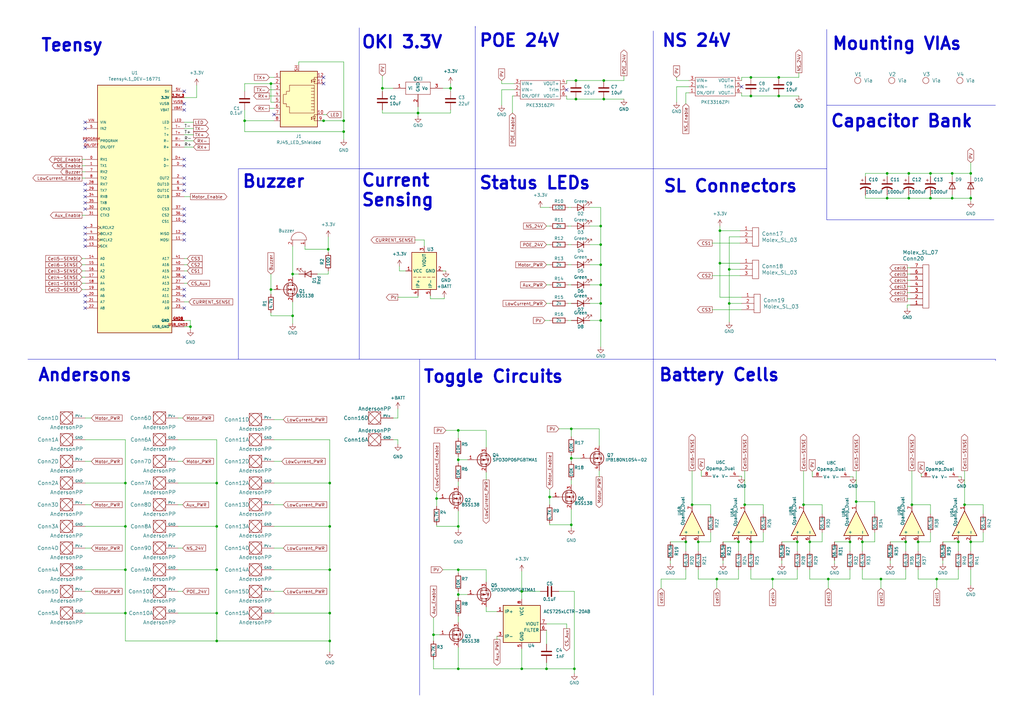
<source format=kicad_sch>
(kicad_sch (version 20230121) (generator eeschema)
  (paper "A3")
  (junction (at 374.015 207.01))
  (junction (at 395.605 207.01))
  (junction (at 88.9 251.46))
  (junction (at 363.855 81.28))
  (junction (at 234.315 187.96))
  (junction (at 135.255 251.46))
  (junction (at 294.005 237.49))
  (junction (at 307.975 31.75))
  (junction (at 329.565 207.01))
  (junction (at 393.065 222.25))
  (junction (at 246.38 131.445))
  (junction (at 234.315 215.265))
  (junction (at 381.635 81.28))
  (junction (at 384.175 237.49))
  (junction (at 361.315 237.49))
  (junction (at 225.425 203.835))
  (junction (at 295.275 94.615))
  (junction (at 177.8 260.35))
  (junction (at 390.525 71.12))
  (junction (at 332.105 222.25))
  (junction (at 398.145 222.25))
  (junction (at 236.22 33.02))
  (junction (at 307.975 39.37))
  (junction (at 120.015 112.395))
  (junction (at 224.155 274.32))
  (junction (at 213.995 242.57))
  (junction (at 51.435 198.12))
  (junction (at 339.725 237.49))
  (junction (at 286.385 222.25))
  (junction (at 88.9 198.12))
  (junction (at 135.255 233.68))
  (junction (at 299.085 124.46))
  (junction (at 381.635 71.12))
  (junction (at 187.96 233.68))
  (junction (at 302.895 222.25))
  (junction (at 171.45 46.355))
  (junction (at 247.65 40.64))
  (junction (at 156.845 36.195))
  (junction (at 51.435 233.68))
  (junction (at 319.405 39.37))
  (junction (at 134.62 102.235))
  (junction (at 111.125 34.29))
  (junction (at 376.555 222.25))
  (junction (at 246.38 92.71))
  (junction (at 246.38 116.84))
  (junction (at 351.155 205.74))
  (junction (at 363.855 71.12))
  (junction (at 51.435 215.9))
  (junction (at 234.315 175.895))
  (junction (at 353.695 222.25))
  (junction (at 316.865 237.49))
  (junction (at 135.255 262.89))
  (junction (at 247.65 33.02))
  (junction (at 51.435 251.46))
  (junction (at 390.525 81.28))
  (junction (at 246.38 108.585))
  (junction (at 371.475 222.25))
  (junction (at 187.96 274.32))
  (junction (at 88.9 233.68))
  (junction (at 132.715 49.53))
  (junction (at 398.145 71.12))
  (junction (at 305.435 207.01))
  (junction (at 327.025 222.25))
  (junction (at 372.745 71.12))
  (junction (at 295.275 107.95))
  (junction (at 187.96 188.595))
  (junction (at 187.96 243.84))
  (junction (at 213.995 274.32))
  (junction (at 111.125 118.745))
  (junction (at 179.07 204.47))
  (junction (at 319.405 31.75))
  (junction (at 398.145 81.28))
  (junction (at 235.585 274.32))
  (junction (at 299.085 110.49))
  (junction (at 246.38 124.46))
  (junction (at 78.105 133.985))
  (junction (at 246.38 100.33))
  (junction (at 348.615 222.25))
  (junction (at 307.975 222.25))
  (junction (at 187.96 215.9))
  (junction (at 120.015 129.54))
  (junction (at 281.305 222.25))
  (junction (at 88.9 262.89))
  (junction (at 184.785 36.195))
  (junction (at 187.96 176.53))
  (junction (at 135.255 215.9))
  (junction (at 135.255 198.12))
  (junction (at 100.33 49.53))
  (junction (at 88.9 215.9))
  (junction (at 283.845 207.01))
  (junction (at 140.97 53.975))
  (junction (at 372.745 81.28))
  (junction (at 236.22 40.64))
  (junction (at 140.97 49.53))
  (no_connect (at 75.565 118.745))
  (no_connect (at 34.925 80.645))
  (no_connect (at 34.925 123.825))
  (no_connect (at 75.565 37.465))
  (no_connect (at 75.565 90.805))
  (no_connect (at 132.715 31.75))
  (no_connect (at 34.925 100.965))
  (no_connect (at 75.565 42.545))
  (no_connect (at 34.925 83.185))
  (no_connect (at 34.925 52.705))
  (no_connect (at 75.565 126.365))
  (no_connect (at 34.925 126.365))
  (no_connect (at 75.565 95.885))
  (no_connect (at 34.925 121.285))
  (no_connect (at 232.41 36.83))
  (no_connect (at 34.925 60.325))
  (no_connect (at 34.925 95.885))
  (no_connect (at 34.925 85.725))
  (no_connect (at 304.165 35.56))
  (no_connect (at 75.565 113.665))
  (no_connect (at 75.565 45.085))
  (no_connect (at 34.925 98.425))
  (no_connect (at 75.565 85.725))
  (no_connect (at 75.565 65.405))
  (no_connect (at 75.565 78.105))
  (no_connect (at 34.925 50.165))
  (no_connect (at 34.925 78.105))
  (no_connect (at 34.925 93.345))
  (no_connect (at 34.925 57.785))
  (no_connect (at 75.565 75.565))
  (no_connect (at 75.565 121.285))
  (no_connect (at 34.925 75.565))
  (no_connect (at 132.715 34.29))
  (no_connect (at 75.565 98.425))
  (no_connect (at 75.565 67.945))
  (no_connect (at 75.565 73.025))
  (no_connect (at 75.565 88.265))
  (no_connect (at 112.395 46.99))
  (wire (pts (xy 302.895 237.49) (xy 294.005 237.49)))
  (wire (pts (xy 179.07 204.47) (xy 179.07 207.645)))
  (wire (pts (xy 372.745 81.28) (xy 363.855 81.28)))
  (wire (pts (xy 354.965 81.28) (xy 354.965 80.01)))
  (wire (pts (xy 403.225 218.44) (xy 403.225 222.25)))
  (wire (pts (xy 381.635 210.82) (xy 381.635 207.01)))
  (wire (pts (xy 372.11 125.095) (xy 373.38 125.095)))
  (wire (pts (xy 246.38 108.585) (xy 241.935 108.585)))
  (wire (pts (xy 120.015 132.715) (xy 120.015 129.54)))
  (wire (pts (xy 184.785 36.195) (xy 184.785 37.465)))
  (wire (pts (xy 282.575 35.56) (xy 277.495 35.56)))
  (wire (pts (xy 110.49 31.75) (xy 112.395 31.75)))
  (wire (pts (xy 33.655 70.485) (xy 34.925 70.485)))
  (wire (pts (xy 156.845 46.355) (xy 171.45 46.355)))
  (wire (pts (xy 307.975 31.75) (xy 319.405 31.75)))
  (wire (pts (xy 112.395 242.57) (xy 116.205 242.57)))
  (wire (pts (xy 187.96 274.32) (xy 213.995 274.32)))
  (wire (pts (xy 372.11 117.475) (xy 373.38 117.475)))
  (wire (pts (xy 247.65 40.64) (xy 255.905 40.64)))
  (wire (pts (xy 234.315 187.96) (xy 234.315 189.23)))
  (wire (pts (xy 171.45 121.92) (xy 163.195 121.92)))
  (wire (pts (xy 294.005 237.49) (xy 286.385 237.49)))
  (wire (pts (xy 291.465 210.82) (xy 291.465 207.01)))
  (wire (pts (xy 100.33 34.29) (xy 111.125 34.29)))
  (wire (pts (xy 75.565 116.205) (xy 76.835 116.205)))
  (wire (pts (xy 327.025 222.25) (xy 327.025 226.06)))
  (wire (pts (xy 363.855 81.28) (xy 363.855 80.01)))
  (wire (pts (xy 73.025 251.46) (xy 88.9 251.46)))
  (wire (pts (xy 327.66 29.845) (xy 327.66 31.75)))
  (wire (pts (xy 304.165 31.75) (xy 304.165 33.02)))
  (wire (pts (xy 403.225 222.25) (xy 398.145 222.25)))
  (wire (pts (xy 246.38 124.46) (xy 246.38 131.445)))
  (wire (pts (xy 348.615 195.58) (xy 349.885 195.58)))
  (wire (pts (xy 156.845 46.355) (xy 156.845 45.085)))
  (wire (pts (xy 88.9 215.9) (xy 88.9 198.12)))
  (wire (pts (xy 225.425 203.835) (xy 226.695 203.835)))
  (wire (pts (xy 348.615 237.49) (xy 339.725 237.49)))
  (wire (pts (xy 116.205 172.085) (xy 112.395 172.085)))
  (wire (pts (xy 354.965 71.12) (xy 363.855 71.12)))
  (wire (pts (xy 100.33 49.53) (xy 100.33 53.975)))
  (wire (pts (xy 348.615 222.25) (xy 348.615 226.06)))
  (wire (pts (xy 236.22 40.64) (xy 232.41 40.64)))
  (wire (pts (xy 339.725 237.49) (xy 339.725 241.3)))
  (wire (pts (xy 371.475 222.25) (xy 371.475 226.06)))
  (wire (pts (xy 112.395 198.12) (xy 135.255 198.12)))
  (wire (pts (xy 130.81 49.53) (xy 132.715 49.53)))
  (wire (pts (xy 372.11 120.015) (xy 373.38 120.015)))
  (wire (pts (xy 287.655 193.04) (xy 287.655 195.326)))
  (wire (pts (xy 179.07 201.93) (xy 179.07 204.47)))
  (wire (pts (xy 327.66 31.75) (xy 319.405 31.75)))
  (wire (pts (xy 313.055 207.01) (xy 305.435 207.01)))
  (wire (pts (xy 187.96 187.325) (xy 187.96 188.595)))
  (wire (pts (xy 182.88 176.53) (xy 187.96 176.53)))
  (wire (pts (xy 33.655 88.265) (xy 34.925 88.265)))
  (wire (pts (xy 135.255 262.89) (xy 135.255 267.335)))
  (wire (pts (xy 390.525 71.12) (xy 390.525 72.39)))
  (wire (pts (xy 78.105 131.445) (xy 78.105 133.985)))
  (wire (pts (xy 74.93 242.57) (xy 73.025 242.57)))
  (wire (pts (xy 386.715 231.14) (xy 386.715 229.87)))
  (wire (pts (xy 313.055 210.82) (xy 313.055 207.01)))
  (wire (pts (xy 135.255 215.9) (xy 135.255 198.12)))
  (wire (pts (xy 112.395 118.745) (xy 111.125 118.745)))
  (wire (pts (xy 327.025 237.49) (xy 316.865 237.49)))
  (wire (pts (xy 299.085 124.46) (xy 299.085 132.08)))
  (wire (pts (xy 307.975 39.37) (xy 319.405 39.37)))
  (wire (pts (xy 292.1 99.695) (xy 303.53 99.695)))
  (wire (pts (xy 241.935 131.445) (xy 246.38 131.445)))
  (wire (pts (xy 381.635 207.01) (xy 374.015 207.01)))
  (wire (pts (xy 327.025 233.68) (xy 327.025 237.49)))
  (wire (pts (xy 246.38 92.71) (xy 241.935 92.71)))
  (wire (pts (xy 234.315 175.895) (xy 245.745 175.895)))
  (wire (pts (xy 176.53 122.555) (xy 176.53 121.285)))
  (wire (pts (xy 381.635 81.28) (xy 381.635 80.01)))
  (wire (pts (xy 246.38 108.585) (xy 246.38 116.84)))
  (wire (pts (xy 303.53 110.49) (xy 299.085 110.49)))
  (wire (pts (xy 224.155 92.71) (xy 225.425 92.71)))
  (wire (pts (xy 34.925 189.23) (xy 37.465 189.23)))
  (wire (pts (xy 111.125 118.745) (xy 111.125 120.65)))
  (wire (pts (xy 348.615 233.68) (xy 348.615 237.49)))
  (wire (pts (xy 51.435 198.12) (xy 51.435 180.34)))
  (wire (pts (xy 88.9 198.12) (xy 88.9 180.34)))
  (polyline (pts (xy 267.97 69.215) (xy 267.97 147.32)))
  (wire (pts (xy 372.745 71.12) (xy 372.745 72.39)))
  (wire (pts (xy 381.635 218.44) (xy 381.635 222.25)))
  (wire (pts (xy 134.62 97.155) (xy 134.62 102.235)))
  (wire (pts (xy 233.045 92.71) (xy 234.315 92.71)))
  (wire (pts (xy 182.245 121.92) (xy 182.245 122.555)))
  (wire (pts (xy 33.655 118.745) (xy 34.925 118.745)))
  (wire (pts (xy 236.22 40.64) (xy 247.65 40.64)))
  (wire (pts (xy 281.305 38.1) (xy 282.575 38.1)))
  (wire (pts (xy 246.38 100.33) (xy 241.935 100.33)))
  (wire (pts (xy 33.655 111.125) (xy 34.925 111.125)))
  (wire (pts (xy 339.725 237.49) (xy 332.105 237.49)))
  (wire (pts (xy 304.165 38.1) (xy 304.165 39.37)))
  (wire (pts (xy 33.655 108.585) (xy 34.925 108.585)))
  (wire (pts (xy 292.1 113.03) (xy 303.53 113.03)))
  (wire (pts (xy 398.145 71.12) (xy 398.145 72.39)))
  (wire (pts (xy 281.305 233.68) (xy 281.305 237.49)))
  (polyline (pts (xy 339.09 90.17) (xy 407.67 90.17)))
  (wire (pts (xy 140.97 49.53) (xy 140.97 53.975)))
  (wire (pts (xy 88.9 262.89) (xy 135.255 262.89)))
  (wire (pts (xy 210.82 34.29) (xy 205.74 34.29)))
  (wire (pts (xy 333.121 195.58) (xy 333.375 195.58)))
  (wire (pts (xy 372.11 114.935) (xy 373.38 114.935)))
  (wire (pts (xy 120.015 100.965) (xy 120.015 112.395)))
  (wire (pts (xy 179.07 204.47) (xy 180.34 204.47)))
  (wire (pts (xy 307.975 222.25) (xy 307.975 226.06)))
  (wire (pts (xy 203.835 262.255) (xy 203.835 260.985)))
  (wire (pts (xy 291.465 222.25) (xy 286.385 222.25)))
  (wire (pts (xy 187.96 179.705) (xy 187.96 176.53)))
  (wire (pts (xy 302.895 222.25) (xy 302.895 226.06)))
  (wire (pts (xy 320.675 222.25) (xy 327.025 222.25)))
  (wire (pts (xy 403.225 207.01) (xy 395.605 207.01)))
  (wire (pts (xy 163.83 111.125) (xy 166.37 111.125)))
  (wire (pts (xy 277.495 35.56) (xy 277.495 41.91)))
  (wire (pts (xy 303.53 97.155) (xy 299.085 97.155)))
  (wire (pts (xy 112.395 251.46) (xy 135.255 251.46)))
  (wire (pts (xy 187.96 176.53) (xy 199.39 176.53)))
  (wire (pts (xy 398.145 233.68) (xy 398.145 240.03)))
  (wire (pts (xy 177.8 274.32) (xy 187.96 274.32)))
  (wire (pts (xy 351.155 205.74) (xy 351.155 207.01)))
  (wire (pts (xy 255.905 31.115) (xy 255.905 33.02)))
  (wire (pts (xy 120.015 123.825) (xy 120.015 129.54)))
  (wire (pts (xy 122.555 25.4) (xy 122.555 26.67)))
  (wire (pts (xy 246.38 131.445) (xy 246.38 142.24)))
  (wire (pts (xy 79.375 55.245) (xy 75.565 55.245)))
  (wire (pts (xy 394.335 195.58) (xy 393.065 195.58)))
  (wire (pts (xy 110.49 39.37) (xy 112.395 39.37)))
  (wire (pts (xy 33.655 113.665) (xy 34.925 113.665)))
  (wire (pts (xy 213.995 242.57) (xy 213.995 245.745)))
  (wire (pts (xy 111.125 41.91) (xy 112.395 41.91)))
  (polyline (pts (xy 11.43 147.32) (xy 408.305 147.32)))
  (wire (pts (xy 115.57 189.23) (xy 112.395 189.23)))
  (wire (pts (xy 246.38 85.09) (xy 246.38 92.71)))
  (wire (pts (xy 361.315 237.49) (xy 361.315 241.3)))
  (wire (pts (xy 156.845 36.195) (xy 161.29 36.195)))
  (wire (pts (xy 75.565 50.165) (xy 79.375 50.165)))
  (wire (pts (xy 51.435 215.9) (xy 51.435 198.12)))
  (wire (pts (xy 303.53 94.615) (xy 295.275 94.615)))
  (wire (pts (xy 179.07 215.265) (xy 179.07 215.9)))
  (wire (pts (xy 358.775 205.74) (xy 351.155 205.74)))
  (wire (pts (xy 74.93 224.79) (xy 73.025 224.79)))
  (polyline (pts (xy 267.97 147.32) (xy 267.97 285.115)))
  (polyline (pts (xy 267.97 12.7) (xy 267.97 69.215)))
  (wire (pts (xy 225.425 200.66) (xy 225.425 203.835)))
  (wire (pts (xy 386.715 222.25) (xy 393.065 222.25)))
  (wire (pts (xy 234.315 186.69) (xy 234.315 187.96)))
  (wire (pts (xy 135.255 251.46) (xy 135.255 233.68)))
  (wire (pts (xy 112.395 34.29) (xy 111.125 34.29)))
  (polyline (pts (xy 339.09 12.065) (xy 339.09 69.215)))
  (wire (pts (xy 274.955 231.14) (xy 274.955 229.87)))
  (wire (pts (xy 213.995 242.57) (xy 221.615 242.57)))
  (wire (pts (xy 187.96 265.43) (xy 187.96 274.32)))
  (wire (pts (xy 381.635 222.25) (xy 376.555 222.25)))
  (wire (pts (xy 246.38 116.84) (xy 241.935 116.84)))
  (wire (pts (xy 163.83 109.22) (xy 163.83 111.125)))
  (wire (pts (xy 295.275 121.92) (xy 295.275 107.95)))
  (wire (pts (xy 122.555 25.4) (xy 140.97 25.4)))
  (wire (pts (xy 33.655 73.025) (xy 34.925 73.025)))
  (wire (pts (xy 233.045 108.585) (xy 234.315 108.585)))
  (wire (pts (xy 111.125 34.29) (xy 111.125 41.91)))
  (wire (pts (xy 135.255 198.12) (xy 135.255 180.34)))
  (wire (pts (xy 199.39 250.825) (xy 203.835 250.825)))
  (wire (pts (xy 133.985 46.99) (xy 132.715 46.99)))
  (polyline (pts (xy 147.32 69.215) (xy 97.79 69.215)))
  (wire (pts (xy 372.745 81.28) (xy 372.745 80.01)))
  (wire (pts (xy 299.085 97.155) (xy 299.085 110.49)))
  (wire (pts (xy 398.145 81.28) (xy 398.145 82.55)))
  (wire (pts (xy 135.255 233.68) (xy 135.255 215.9)))
  (wire (pts (xy 163.195 180.34) (xy 163.195 182.245)))
  (wire (pts (xy 33.655 116.205) (xy 34.925 116.205)))
  (wire (pts (xy 384.175 237.49) (xy 376.555 237.49)))
  (wire (pts (xy 163.195 171.45) (xy 161.29 171.45)))
  (wire (pts (xy 75.565 131.445) (xy 78.105 131.445)))
  (wire (pts (xy 73.025 180.34) (xy 88.9 180.34)))
  (wire (pts (xy 245.745 195.58) (xy 245.745 193.04)))
  (polyline (pts (xy 339.09 69.215) (xy 339.09 90.17)))
  (wire (pts (xy 282.575 33.02) (xy 277.495 33.02)))
  (wire (pts (xy 112.395 233.68) (xy 135.255 233.68)))
  (wire (pts (xy 235.585 242.57) (xy 229.235 242.57)))
  (polyline (pts (xy 147.32 69.215) (xy 194.945 69.215)))
  (wire (pts (xy 78.105 80.645) (xy 75.565 80.645)))
  (wire (pts (xy 372.11 112.395) (xy 373.38 112.395)))
  (wire (pts (xy 233.045 124.46) (xy 234.315 124.46)))
  (wire (pts (xy 233.045 85.09) (xy 234.315 85.09)))
  (wire (pts (xy 304.165 124.46) (xy 299.085 124.46)))
  (wire (pts (xy 233.045 116.84) (xy 234.315 116.84)))
  (wire (pts (xy 88.9 233.68) (xy 88.9 251.46)))
  (wire (pts (xy 287.655 195.326) (xy 287.909 195.326)))
  (wire (pts (xy 337.185 210.82) (xy 337.185 207.01)))
  (wire (pts (xy 384.175 237.49) (xy 384.175 241.3)))
  (wire (pts (xy 111.125 129.54) (xy 120.015 129.54)))
  (wire (pts (xy 371.475 233.68) (xy 371.475 237.49)))
  (wire (pts (xy 140.97 53.975) (xy 140.97 57.15)))
  (wire (pts (xy 351.155 193.04) (xy 351.155 205.74)))
  (wire (pts (xy 299.085 110.49) (xy 299.085 124.46)))
  (wire (pts (xy 33.655 106.045) (xy 34.925 106.045)))
  (wire (pts (xy 120.015 112.395) (xy 120.015 113.665)))
  (wire (pts (xy 187.96 243.84) (xy 191.77 243.84)))
  (wire (pts (xy 51.435 251.46) (xy 51.435 233.68)))
  (wire (pts (xy 316.865 237.49) (xy 316.865 241.3)))
  (wire (pts (xy 245.745 175.895) (xy 245.745 182.88)))
  (wire (pts (xy 337.185 207.01) (xy 329.565 207.01)))
  (wire (pts (xy 224.155 100.33) (xy 225.425 100.33)))
  (wire (pts (xy 363.855 72.39) (xy 363.855 71.12)))
  (wire (pts (xy 302.895 222.25) (xy 296.545 222.25)))
  (wire (pts (xy 205.74 34.29) (xy 205.74 33.02)))
  (wire (pts (xy 112.395 207.01) (xy 116.205 207.01)))
  (wire (pts (xy 371.475 237.49) (xy 361.315 237.49)))
  (wire (pts (xy 403.225 210.82) (xy 403.225 207.01)))
  (wire (pts (xy 235.585 242.57) (xy 235.585 274.32)))
  (wire (pts (xy 225.425 214.63) (xy 225.425 215.265)))
  (wire (pts (xy 296.545 231.14) (xy 296.545 229.87)))
  (wire (pts (xy 307.975 39.37) (xy 304.165 39.37)))
  (wire (pts (xy 372.11 126.365) (xy 372.11 125.095)))
  (wire (pts (xy 319.405 39.37) (xy 327.66 39.37)))
  (wire (pts (xy 74.93 207.01) (xy 73.025 207.01)))
  (wire (pts (xy 79.375 57.785) (xy 75.565 57.785)))
  (polyline (pts (xy 339.09 69.215) (xy 267.97 69.215)))
  (wire (pts (xy 329.565 193.04) (xy 329.565 207.01)))
  (wire (pts (xy 246.38 100.33) (xy 246.38 108.585)))
  (wire (pts (xy 34.925 251.46) (xy 51.435 251.46)))
  (wire (pts (xy 342.265 231.14) (xy 342.265 229.87)))
  (wire (pts (xy 376.555 222.25) (xy 376.555 226.06)))
  (wire (pts (xy 132.715 49.53) (xy 140.97 49.53)))
  (wire (pts (xy 88.9 251.46) (xy 88.9 262.89)))
  (wire (pts (xy 34.925 198.12) (xy 51.435 198.12)))
  (wire (pts (xy 224.155 108.585) (xy 225.425 108.585)))
  (wire (pts (xy 232.41 255.905) (xy 224.155 255.905)))
  (wire (pts (xy 234.315 131.445) (xy 233.045 131.445)))
  (wire (pts (xy 112.395 224.79) (xy 116.205 224.79)))
  (wire (pts (xy 156.845 36.195) (xy 156.845 37.465)))
  (wire (pts (xy 337.185 218.44) (xy 337.185 222.25)))
  (wire (pts (xy 353.695 222.25) (xy 353.695 226.06)))
  (wire (pts (xy 246.38 92.71) (xy 246.38 100.33)))
  (wire (pts (xy 246.38 116.84) (xy 246.38 124.46)))
  (wire (pts (xy 51.435 233.68) (xy 51.435 215.9)))
  (wire (pts (xy 100.33 37.465) (xy 100.33 34.29)))
  (polyline (pts (xy 172.085 147.32) (xy 172.085 285.115)))
  (wire (pts (xy 187.96 188.595) (xy 187.96 189.865)))
  (wire (pts (xy 120.015 112.395) (xy 122.555 112.395)))
  (wire (pts (xy 236.22 33.02) (xy 232.41 33.02)))
  (wire (pts (xy 100.33 45.085) (xy 100.33 49.53)))
  (wire (pts (xy 332.105 237.49) (xy 332.105 233.68)))
  (wire (pts (xy 234.315 215.265) (xy 225.425 215.265)))
  (wire (pts (xy 187.96 197.485) (xy 187.96 199.39)))
  (wire (pts (xy 125.095 102.235) (xy 134.62 102.235)))
  (wire (pts (xy 177.8 260.35) (xy 180.34 260.35)))
  (wire (pts (xy 361.315 237.49) (xy 353.695 237.49)))
  (wire (pts (xy 292.1 127) (xy 304.165 127)))
  (wire (pts (xy 398.145 66.675) (xy 398.145 71.12)))
  (wire (pts (xy 156.845 31.115) (xy 156.845 36.195)))
  (wire (pts (xy 307.975 31.75) (xy 304.165 31.75)))
  (wire (pts (xy 286.385 237.49) (xy 286.385 233.68)))
  (wire (pts (xy 320.675 231.14) (xy 320.675 229.87)))
  (wire (pts (xy 390.525 71.12) (xy 398.145 71.12)))
  (wire (pts (xy 51.435 262.89) (xy 88.9 262.89)))
  (wire (pts (xy 234.315 215.265) (xy 234.315 216.535)))
  (wire (pts (xy 337.185 222.25) (xy 332.105 222.25)))
  (wire (pts (xy 76.835 111.125) (xy 75.565 111.125)))
  (wire (pts (xy 34.925 215.9) (xy 51.435 215.9)))
  (wire (pts (xy 353.695 237.49) (xy 353.695 233.68)))
  (wire (pts (xy 358.775 218.44) (xy 358.775 222.25)))
  (wire (pts (xy 182.245 122.555) (xy 176.53 122.555)))
  (polyline (pts (xy 194.945 69.215) (xy 194.945 147.32)))
  (wire (pts (xy 171.45 121.92) (xy 171.45 121.285)))
  (wire (pts (xy 187.96 209.55) (xy 187.96 215.9)))
  (wire (pts (xy 232.41 33.02) (xy 232.41 34.29)))
  (wire (pts (xy 277.495 33.02) (xy 277.495 31.75)))
  (wire (pts (xy 140.97 25.4) (xy 140.97 49.53)))
  (wire (pts (xy 234.315 187.96) (xy 238.125 187.96)))
  (wire (pts (xy 33.655 65.405) (xy 34.925 65.405)))
  (wire (pts (xy 74.93 171.45) (xy 73.025 171.45)))
  (wire (pts (xy 73.025 233.68) (xy 88.9 233.68)))
  (wire (pts (xy 358.775 210.82) (xy 358.775 205.74)))
  (wire (pts (xy 187.96 215.9) (xy 187.96 217.17)))
  (wire (pts (xy 381.635 72.39) (xy 381.635 71.12)))
  (wire (pts (xy 173.99 100.965) (xy 173.99 98.425)))
  (wire (pts (xy 286.385 222.25) (xy 286.385 226.06)))
  (wire (pts (xy 305.435 193.04) (xy 305.435 207.01)))
  (wire (pts (xy 307.975 237.49) (xy 307.975 233.68)))
  (wire (pts (xy 234.315 196.85) (xy 234.315 198.755)))
  (wire (pts (xy 187.96 215.9) (xy 179.07 215.9)))
  (wire (pts (xy 80.645 34.925) (xy 80.645 40.005)))
  (wire (pts (xy 213.995 266.065) (xy 213.995 274.32)))
  (wire (pts (xy 225.425 203.835) (xy 225.425 207.01)))
  (wire (pts (xy 304.165 195.326) (xy 303.149 195.326)))
  (wire (pts (xy 281.305 222.25) (xy 281.305 226.06)))
  (wire (pts (xy 393.065 233.68) (xy 393.065 237.49)))
  (wire (pts (xy 210.82 36.83) (xy 205.74 36.83)))
  (wire (pts (xy 34.925 242.57) (xy 37.465 242.57)))
  (wire (pts (xy 33.655 67.945) (xy 34.925 67.945)))
  (wire (pts (xy 171.45 46.355) (xy 184.785 46.355)))
  (wire (pts (xy 304.165 195.58) (xy 304.165 195.326)))
  (wire (pts (xy 177.8 253.365) (xy 177.8 260.35)))
  (wire (pts (xy 221.615 85.09) (xy 225.425 85.09)))
  (wire (pts (xy 76.835 106.045) (xy 75.565 106.045)))
  (wire (pts (xy 199.39 196.85) (xy 199.39 193.675)))
  (polyline (pts (xy 194.945 10.795) (xy 194.945 69.215)))
  (wire (pts (xy 213.995 242.57) (xy 213.995 234.315)))
  (wire (pts (xy 372.11 109.855) (xy 373.38 109.855)))
  (wire (pts (xy 291.465 207.01) (xy 283.845 207.01)))
  (wire (pts (xy 246.38 124.46) (xy 241.935 124.46)))
  (polyline (pts (xy 267.97 69.215) (xy 194.945 69.215)))
  (wire (pts (xy 199.39 176.53) (xy 199.39 183.515)))
  (wire (pts (xy 281.305 42.545) (xy 281.305 38.1)))
  (wire (pts (xy 100.33 53.975) (xy 140.97 53.975)))
  (wire (pts (xy 274.955 222.25) (xy 281.305 222.25)))
  (wire (pts (xy 381.635 71.12) (xy 390.525 71.12)))
  (wire (pts (xy 76.835 108.585) (xy 75.565 108.585)))
  (wire (pts (xy 232.41 39.37) (xy 232.41 40.64)))
  (wire (pts (xy 199.39 233.68) (xy 199.39 238.76)))
  (wire (pts (xy 365.125 231.14) (xy 365.125 229.87)))
  (wire (pts (xy 100.33 49.53) (xy 112.395 49.53)))
  (wire (pts (xy 173.99 98.425) (xy 170.18 98.425)))
  (wire (pts (xy 376.555 237.49) (xy 376.555 233.68)))
  (wire (pts (xy 184.785 45.085) (xy 184.785 46.355)))
  (wire (pts (xy 112.395 180.34) (xy 135.255 180.34)))
  (wire (pts (xy 255.905 33.02) (xy 247.65 33.02)))
  (wire (pts (xy 134.62 112.395) (xy 130.175 112.395)))
  (wire (pts (xy 372.745 81.28) (xy 381.635 81.28)))
  (wire (pts (xy 304.165 121.92) (xy 295.275 121.92)))
  (wire (pts (xy 246.38 85.09) (xy 241.935 85.09)))
  (wire (pts (xy 281.305 237.49) (xy 271.145 237.49)))
  (wire (pts (xy 75.565 133.985) (xy 78.105 133.985)))
  (wire (pts (xy 236.22 33.02) (xy 247.65 33.02)))
  (wire (pts (xy 110.49 36.83) (xy 112.395 36.83)))
  (wire (pts (xy 73.025 215.9) (xy 88.9 215.9)))
  (wire (pts (xy 34.925 233.68) (xy 51.435 233.68)))
  (wire (pts (xy 333.121 193.294) (xy 333.121 195.58)))
  (wire (pts (xy 234.315 208.915) (xy 234.315 215.265)))
  (wire (pts (xy 291.465 218.44) (xy 291.465 222.25)))
  (wire (pts (xy 398.145 81.28) (xy 390.525 81.28)))
  (wire (pts (xy 316.865 237.49) (xy 307.975 237.49)))
  (wire (pts (xy 205.74 36.83) (xy 205.74 43.18)))
  (wire (pts (xy 233.045 100.33) (xy 234.315 100.33)))
  (polyline (pts (xy 339.09 43.18) (xy 408.305 43.18)))
  (wire (pts (xy 225.425 131.445) (xy 223.52 131.445)))
  (wire (pts (xy 224.155 264.16) (xy 224.155 258.445)))
  (wire (pts (xy 74.93 189.23) (xy 73.025 189.23)))
  (wire (pts (xy 372.11 122.555) (xy 373.38 122.555)))
  (wire (pts (xy 224.155 271.78) (xy 224.155 274.32)))
  (wire (pts (xy 134.62 102.235) (xy 134.62 103.505)))
  (wire (pts (xy 224.155 124.46) (xy 225.425 124.46)))
  (wire (pts (xy 187.96 242.57) (xy 187.96 243.84)))
  (wire (pts (xy 112.395 215.9) (xy 135.255 215.9)))
  (wire (pts (xy 34.925 180.34) (xy 51.435 180.34)))
  (wire (pts (xy 181.61 36.195) (xy 184.785 36.195)))
  (wire (pts (xy 390.525 81.28) (xy 381.635 81.28)))
  (wire (pts (xy 224.155 116.84) (xy 225.425 116.84)))
  (wire (pts (xy 313.055 218.44) (xy 313.055 222.25)))
  (wire (pts (xy 34.925 224.79) (xy 37.465 224.79)))
  (wire (pts (xy 374.015 193.04) (xy 374.015 207.01)))
  (wire (pts (xy 332.105 222.25) (xy 332.105 226.06)))
  (wire (pts (xy 294.005 237.49) (xy 294.005 241.3)))
  (wire (pts (xy 303.53 107.95) (xy 295.275 107.95)))
  (wire (pts (xy 111.125 112.395) (xy 111.125 118.745)))
  (wire (pts (xy 34.925 171.45) (xy 37.465 171.45)))
  (wire (pts (xy 134.62 111.125) (xy 134.62 112.395)))
  (wire (pts (xy 187.96 243.84) (xy 187.96 245.11)))
  (wire (pts (xy 371.475 222.25) (xy 365.125 222.25)))
  (wire (pts (xy 181.61 233.68) (xy 187.96 233.68)))
  (wire (pts (xy 110.49 44.45) (xy 112.395 44.45)))
  (polyline (pts (xy 408.305 147.32) (xy 408.305 147.955)))
  (wire (pts (xy 295.275 94.615) (xy 295.275 92.71)))
  (wire (pts (xy 125.095 100.965) (xy 125.095 102.235)))
  (wire (pts (xy 80.645 40.005) (xy 75.565 40.005)))
  (wire (pts (xy 295.275 107.95) (xy 295.275 94.615)))
  (wire (pts (xy 177.8 270.51) (xy 177.8 274.32)))
  (polyline (pts (xy 194.945 10.795) (xy 194.945 11.43)))
  (wire (pts (xy 358.775 222.25) (xy 353.695 222.25)))
  (wire (pts (xy 395.605 193.04) (xy 395.605 207.01)))
  (wire (pts (xy 372.745 71.12) (xy 381.635 71.12)))
  (wire (pts (xy 354.965 71.12) (xy 354.965 72.39)))
  (wire (pts (xy 187.96 233.68) (xy 199.39 233.68)))
  (wire (pts (xy 283.845 193.04) (xy 283.845 207.01)))
  (wire (pts (xy 210.185 39.37) (xy 210.82 39.37)))
  (wire (pts (xy 377.825 194.31) (xy 377.825 195.58)))
  (wire (pts (xy 77.47 123.825) (xy 75.565 123.825)))
  (wire (pts (xy 390.525 81.28) (xy 390.525 80.01)))
  (wire (pts (xy 363.855 71.12) (xy 372.745 71.12)))
  (polyline (pts (xy 147.32 69.215) (xy 147.32 147.32)))
  (wire (pts (xy 73.025 198.12) (xy 88.9 198.12)))
  (wire (pts (xy 398.145 80.01) (xy 398.145 81.28)))
  (wire (pts (xy 135.255 251.46) (xy 135.255 262.89)))
  (wire (pts (xy 187.96 188.595) (xy 191.77 188.595)))
  (wire (pts (xy 342.265 222.25) (xy 348.615 222.25)))
  (wire (pts (xy 171.45 43.815) (xy 171.45 46.355)))
  (wire (pts (xy 163.195 167.64) (xy 163.195 171.45)))
  (wire (pts (xy 182.88 111.125) (xy 181.61 111.125)))
  (wire (pts (xy 224.155 274.32) (xy 235.585 274.32)))
  (wire (pts (xy 313.055 222.25) (xy 307.975 222.25)))
  (wire (pts (xy 210.185 46.355) (xy 210.185 39.37)))
  (wire (pts (xy 234.315 179.07) (xy 234.315 175.895)))
  (wire (pts (xy 398.145 222.25) (xy 398.145 226.06)))
  (wire (pts (xy 232.41 257.81) (xy 232.41 255.905)))
  (wire (pts (xy 78.105 133.985) (xy 78.105 135.255)))
  (wire (pts (xy 271.145 237.49) (xy 271.145 241.3)))
  (wire (pts (xy 51.435 251.46) (xy 51.435 262.89)))
  (wire (pts (xy 393.065 237.49) (xy 384.175 237.49)))
  (wire (pts (xy 184.785 36.195) (xy 184.785 34.29)))
  (wire (pts (xy 79.375 52.705) (xy 75.565 52.705)))
  (wire (pts (xy 171.45 46.355) (xy 171.45 47.625)))
  (wire (pts (xy 199.39 248.92) (xy 199.39 250.825)))
  (wire (pts (xy 229.235 175.895) (xy 234.315 175.895)))
  (wire (pts (xy 34.925 207.01) (xy 37.465 207.01)))
  (wire (pts (xy 363.855 81.28) (xy 354.965 81.28)))
  (wire (pts (xy 213.995 274.32) (xy 224.155 274.32)))
  (wire (pts (xy 235.585 274.32) (xy 235.585 276.225)))
  (wire (pts (xy 302.895 233.68) (xy 302.895 237.49)))
  (polyline (pts (xy 97.79 69.215) (xy 97.79 147.32)))
  (polyline (pts (xy 147.32 11.43) (xy 147.32 69.215)))
  (wire (pts (xy 177.8 260.35) (xy 177.8 262.89)))
  (wire (pts (xy 163.195 180.34) (xy 161.29 180.34)))
  (wire (pts (xy 393.065 222.25) (xy 393.065 226.06)))
  (wire (pts (xy 187.96 252.73) (xy 187.96 255.27)))
  (wire (pts (xy 88.9 215.9) (xy 88.9 233.68)))
  (wire (pts (xy 111.125 128.27) (xy 111.125 129.54)))
  (wire (pts (xy 79.375 60.325) (xy 75.565 60.325)))
  (wire (pts (xy 187.96 234.95) (xy 187.96 233.68)))
  (text "Teensy" (at 16.51 21.59 0) (effects (font (size 5 5) (thickness 1) bold) (justify left bottom)))
  (text "OKI 3.3V" (at 147.955 20.32 0) (effects (font (size 5 5) bold) (justify left bottom)))
  (text "NS 24V" (at 271.145 19.685 0) (effects (font (size 5 5) bold) (justify left bottom)))
  (text "SL Connectors" (at 271.78 79.375 0) (effects (font (size 5 5) bold) (justify left bottom)))
  (text "Mounting VIAs" (at 340.995 20.955 0) (effects (font (size 5 5) bold) (justify left bottom)))
  (text "Toggle Circuits" (at 173.355 157.48 0) (effects (font (size 5 5) bold) (justify left bottom)))
  (text "Current\nSensing" (at 147.955 85.09 0) (effects (font (size 5 5) bold) (justify left bottom)))
  (text "Buzzer" (at 99.06 77.47 0) (effects (font (size 5 5) bold) (justify left bottom)))
  (text "Andersons" (at 15.24 156.845 0) (effects (font (size 5 5) (thickness 1) bold) (justify left bottom)))
  (text "Status LEDs" (at 196.215 78.105 0) (effects (font (size 5 5) bold) (justify left bottom)))
  (text "Capacitor Bank" (at 340.36 52.705 0) (effects (font (size 5 5) bold) (justify left bottom)))
  (text "Battery Cells" (at 269.875 156.845 0) (effects (font (size 5 5) bold) (justify left bottom)))
  (text "POE 24V" (at 196.215 19.685 0) (effects (font (size 5 5) bold) (justify left bottom)))
  (label "T-" (at 75.565 52.705 0))
  (label "R+" (at 75.565 60.325 0))
  (label "T+" (at 75.565 55.245 0))
  (label "R-" (at 75.565 57.785 0))
  (global_label "cell1" (shape output) (at 372.11 122.555 180) (property "Intersheetrefs" "${INTERSHEET_REFS}" (effects hide)))
  (global_label "Cell6-SENSE" (shape input) (at 33.655 108.585 180) (property "Intersheetrefs" "${INTERSHEET_REFS}" (effects hide)))
  (global_label "Motor_PWR" (shape input) (at 37.465 242.57 0) (property "Intersheetrefs" "${INTERSHEET_REFS}" (effects hide)))
  (global_label "PV" (shape input) (at 156.845 31.115 90) (property "Intersheetrefs" "${INTERSHEET_REFS}" (effects hide)))
  (global_label "Cell6-SENSE" (shape output) (at 283.845 193.04 90) (property "Intersheetrefs" "${INTERSHEET_REFS}" (effects hide)))
  (global_label "cell3" (shape output) (at 372.11 117.475 180) (property "Intersheetrefs" "${INTERSHEET_REFS}" (effects hide)))
  (global_label "Motor_PWR" (shape input) (at 37.465 224.79 0) (property "Intersheetrefs" "${INTERSHEET_REFS}" (effects hide)))
  (global_label "LowCurrent_PWR" (shape input) (at 116.205 207.01 0) (property "Intersheetrefs" "${INTERSHEET_REFS}" (effects hide)))
  (global_label "POE_Enable" (shape input) (at 210.185 46.355 270) (property "Intersheetrefs" "${INTERSHEET_REFS}" (effects hide)))
  (global_label "LowCurrent_Enable" (shape output) (at 33.655 73.025 180) (property "Intersheetrefs" "${INTERSHEET_REFS}" (effects hide)))
  (global_label "Cell3-SENSE" (shape input) (at 33.655 111.125 180) (property "Intersheetrefs" "${INTERSHEET_REFS}" (effects hide)))
  (global_label "cell2" (shape output) (at 372.11 120.015 180) (property "Intersheetrefs" "${INTERSHEET_REFS}" (effects hide)))
  (global_label "Motor_PWR" (shape output) (at 245.745 195.58 270) (property "Intersheetrefs" "${INTERSHEET_REFS}" (effects hide)))
  (global_label "Motor_Enable" (shape output) (at 78.105 80.645 0) (property "Intersheetrefs" "${INTERSHEET_REFS}" (effects hide)))
  (global_label "NS_24V" (shape output) (at 327.66 29.845 90) (property "Intersheetrefs" "${INTERSHEET_REFS}" (effects hide)))
  (global_label "PV" (shape input) (at 205.74 33.02 90) (property "Intersheetrefs" "${INTERSHEET_REFS}" (effects hide)))
  (global_label "CS1" (shape output) (at 292.1 99.695 180) (property "Intersheetrefs" "${INTERSHEET_REFS}" (effects hide)))
  (global_label "PV" (shape input) (at 229.235 175.895 180) (property "Intersheetrefs" "${INTERSHEET_REFS}" (effects hide)))
  (global_label "Cell1-SENSE" (shape output) (at 395.605 193.04 90) (property "Intersheetrefs" "${INTERSHEET_REFS}" (effects hide)))
  (global_label "Aux_PWR" (shape input) (at 224.155 116.84 180) (property "Intersheetrefs" "${INTERSHEET_REFS}" (effects hide)))
  (global_label "cell1" (shape input) (at 384.175 241.3 270) (property "Intersheetrefs" "${INTERSHEET_REFS}" (effects hide)))
  (global_label "PV" (shape input) (at 181.61 233.68 180) (property "Intersheetrefs" "${INTERSHEET_REFS}" (effects hide)))
  (global_label "TX-" (shape output) (at 79.375 52.705 0) (property "Intersheetrefs" "${INTERSHEET_REFS}" (effects hide)))
  (global_label "RX+" (shape input) (at 79.375 60.325 0) (property "Intersheetrefs" "${INTERSHEET_REFS}" (effects hide)))
  (global_label "PV" (shape bidirectional) (at 398.145 66.675 90) (property "Intersheetrefs" "${INTERSHEET_REFS}" (effects hide)))
  (global_label "RX-" (shape output) (at 110.49 44.45 180) (property "Intersheetrefs" "${INTERSHEET_REFS}" (effects hide)))
  (global_label "Motor_PWR" (shape input) (at 37.465 171.45 0) (property "Intersheetrefs" "${INTERSHEET_REFS}" (effects hide)))
  (global_label "Cell4-SENSE" (shape output) (at 329.565 193.04 90) (property "Intersheetrefs" "${INTERSHEET_REFS}" (effects hide)))
  (global_label "PV" (shape input) (at 277.495 31.75 90) (property "Intersheetrefs" "${INTERSHEET_REFS}" (effects hide)))
  (global_label "CURRENT_SENSE" (shape input) (at 77.47 123.825 0) (property "Intersheetrefs" "${INTERSHEET_REFS}" (effects hide)))
  (global_label "PV" (shape output) (at 163.195 121.92 180) (property "Intersheetrefs" "${INTERSHEET_REFS}" (effects hide)))
  (global_label "Buzzer" (shape output) (at 33.655 70.485 180) (property "Intersheetrefs" "${INTERSHEET_REFS}" (effects hide)))
  (global_label "PV" (shape input) (at 223.52 131.445 180) (property "Intersheetrefs" "${INTERSHEET_REFS}" (effects hide)))
  (global_label "Aux_PWR" (shape output) (at 203.835 262.255 270) (property "Intersheetrefs" "${INTERSHEET_REFS}" (effects hide)))
  (global_label "Cell1-SENSE" (shape input) (at 33.655 116.205 180) (property "Intersheetrefs" "${INTERSHEET_REFS}" (effects hide)))
  (global_label "cell3" (shape input) (at 339.725 241.3 270) (property "Intersheetrefs" "${INTERSHEET_REFS}" (effects hide)))
  (global_label "TX+" (shape input) (at 110.49 31.75 180) (property "Intersheetrefs" "${INTERSHEET_REFS}" (effects hide)))
  (global_label "LowCurrent_PWR" (shape output) (at 199.39 196.85 270) (property "Intersheetrefs" "${INTERSHEET_REFS}" (effects hide)))
  (global_label "NS_24V" (shape input) (at 224.155 92.71 180) (property "Intersheetrefs" "${INTERSHEET_REFS}" (effects hide)))
  (global_label "Aux_PWR" (shape input) (at 74.93 207.01 0) (property "Intersheetrefs" "${INTERSHEET_REFS}" (effects hide)))
  (global_label "Aux_Enable" (shape output) (at 33.655 88.265 180) (property "Intersheetrefs" "${INTERSHEET_REFS}" (effects hide)))
  (global_label "LowCurrent_PWR" (shape input) (at 224.155 124.46 180) (property "Intersheetrefs" "${INTERSHEET_REFS}" (effects hide)))
  (global_label "POE_Enable" (shape output) (at 33.655 65.405 180) (property "Intersheetrefs" "${INTERSHEET_REFS}" (effects hide)))
  (global_label "Buzzer" (shape input) (at 111.125 112.395 90) (property "Intersheetrefs" "${INTERSHEET_REFS}" (effects hide)))
  (global_label "RX-" (shape input) (at 79.375 57.785 0) (property "Intersheetrefs" "${INTERSHEET_REFS}" (effects hide)))
  (global_label "Motor_PWR" (shape input) (at 37.465 189.23 0) (property "Intersheetrefs" "${INTERSHEET_REFS}" (effects hide)))
  (global_label "Cell3-SENSE" (shape output) (at 351.155 193.04 90) (property "Intersheetrefs" "${INTERSHEET_REFS}" (effects hide)))
  (global_label "cell2" (shape input) (at 361.315 241.3 270) (property "Intersheetrefs" "${INTERSHEET_REFS}" (effects hide)))
  (global_label "LowCurrent_PWR" (shape input) (at 116.205 224.79 0) (property "Intersheetrefs" "${INTERSHEET_REFS}" (effects hide)))
  (global_label "cell5" (shape output) (at 372.11 112.395 180) (property "Intersheetrefs" "${INTERSHEET_REFS}" (effects hide)))
  (global_label "Motor_PWR" (shape input) (at 37.465 207.01 0) (property "Intersheetrefs" "${INTERSHEET_REFS}" (effects hide)))
  (global_label "RX+" (shape output) (at 110.49 39.37 180) (property "Intersheetrefs" "${INTERSHEET_REFS}" (effects hide)))
  (global_label "CS3" (shape output) (at 292.1 127 180) (property "Intersheetrefs" "${INTERSHEET_REFS}" (effects hide)))
  (global_label "Motor_Enable" (shape input) (at 225.425 200.66 90) (property "Intersheetrefs" "${INTERSHEET_REFS}" (effects hide)))
  (global_label "CS2" (shape input) (at 76.835 108.585 0) (property "Intersheetrefs" "${INTERSHEET_REFS}" (effects hide)))
  (global_label "POE_24V" (shape input) (at 224.155 100.33 180) (property "Intersheetrefs" "${INTERSHEET_REFS}" (effects hide)))
  (global_label "Cell2-SENSE" (shape input) (at 33.655 118.745 180) (property "Intersheetrefs" "${INTERSHEET_REFS}" (effects hide)))
  (global_label "LowCurrent_PWR" (shape input) (at 116.205 172.085 0) (property "Intersheetrefs" "${INTERSHEET_REFS}" (effects hide)))
  (global_label "PV" (shape input) (at 287.655 193.04 90) (property "Intersheetrefs" "${INTERSHEET_REFS}" (effects hide)))
  (global_label "cell6" (shape input) (at 271.145 241.3 270) (property "Intersheetrefs" "${INTERSHEET_REFS}" (effects hide)))
  (global_label "CS3" (shape input) (at 76.835 106.045 0) (property "Intersheetrefs" "${INTERSHEET_REFS}" (effects hide)))
  (global_label "POE_24V" (shape input) (at 74.93 242.57 0) (property "Intersheetrefs" "${INTERSHEET_REFS}" (effects hide)))
  (global_label "LowCurrent_PWR" (shape input) (at 116.205 242.57 0) (property "Intersheetrefs" "${INTERSHEET_REFS}" (effects hide)))
  (global_label "cell6" (shape output) (at 372.11 109.855 180) (property "Intersheetrefs" "${INTERSHEET_REFS}" (effects hide)))
  (global_label "Motor_PWR" (shape input) (at 224.155 108.585 180) (property "Intersheetrefs" "${INTERSHEET_REFS}" (effects hide)))
  (global_label "CURRENT_SENSE" (shape output) (at 170.18 98.425 180) (property "Intersheetrefs" "${INTERSHEET_REFS}" (effects hide)))
  (global_label "NS_24V" (shape input) (at 74.93 224.79 0) (property "Intersheetrefs" "${INTERSHEET_REFS}" (effects hide)))
  (global_label "PV" (shape input) (at 182.88 176.53 180) (property "Intersheetrefs" "${INTERSHEET_REFS}" (effects hide)))
  (global_label "cell4" (shape input) (at 316.865 241.3 270) (property "Intersheetrefs" "${INTERSHEET_REFS}" (effects hide)))
  (global_label "Motor_PWR" (shape input) (at 74.93 189.23 0) (property "Intersheetrefs" "${INTERSHEET_REFS}" (effects hide)))
  (global_label "Aux_Enable" (shape input) (at 177.8 253.365 90) (property "Intersheetrefs" "${INTERSHEET_REFS}" (effects hide)))
  (global_label "LowCurrent_Enable" (shape input) (at 179.07 201.93 90) (property "Intersheetrefs" "${INTERSHEET_REFS}" (effects hide)))
  (global_label "CS_Aux" (shape input) (at 76.835 116.205 0) (property "Intersheetrefs" "${INTERSHEET_REFS}" (effects hide)))
  (global_label "POE_24V" (shape output) (at 255.905 31.115 90) (property "Intersheetrefs" "${INTERSHEET_REFS}" (effects hide)))
  (global_label "LED" (shape input) (at 133.985 46.99 0) (property "Intersheetrefs" "${INTERSHEET_REFS}" (effects hide)))
  (global_label "PV" (shape input) (at 333.121 193.294 90) (property "Intersheetrefs" "${INTERSHEET_REFS}" (effects hide)))
  (global_label "NS_Enable" (shape output) (at 33.655 67.945 180) (property "Intersheetrefs" "${INTERSHEET_REFS}" (effects hide)))
  (global_label "cell5" (shape input) (at 294.005 241.3 270) (property "Intersheetrefs" "${INTERSHEET_REFS}" (effects hide)))
  (global_label "LED" (shape output) (at 79.375 50.165 0) (property "Intersheetrefs" "${INTERSHEET_REFS}" (effects hide)))
  (global_label "Motor_PWR" (shape input) (at 74.93 171.45 0) (property "Intersheetrefs" "${INTERSHEET_REFS}" (effects hide)))
  (global_label "Cell2-SENSE" (shape output) (at 374.015 193.04 90) (property "Intersheetrefs" "${INTERSHEET_REFS}" (effects hide)))
  (global_label "cell4" (shape output) (at 372.11 114.935 180) (property "Intersheetrefs" "${INTERSHEET_REFS}" (effects hide)))
  (global_label "PV" (shape input) (at 377.825 194.31 90) (property "Intersheetrefs" "${INTERSHEET_REFS}" (effects hide)))
  (global_label "Cell5-SENSE" (shape input) (at 33.655 106.045 180) (property "Intersheetrefs" "${INTERSHEET_REFS}" (effects hide)))
  (global_label "CS1" (shape input) (at 76.835 111.125 0) (property "Intersheetrefs" "${INTERSHEET_REFS}" (effects hide)))
  (global_label "TX-" (shape input) (at 110.49 36.83 180) (property "Intersheetrefs" "${INTERSHEET_REFS}" (effects hide)))
  (global_label "LowCurrent_PWR" (shape input) (at 115.57 189.23 0) (property "Intersheetrefs" "${INTERSHEET_REFS}" (effects hide)))
  (global_label "Cell5-SENSE" (shape output) (at 305.435 193.04 90) (property "Intersheetrefs" "${INTERSHEET_REFS}" (effects hide)))
  (global_label "Cell4-SENSE" (shape input) (at 33.655 113.665 180) (property "Intersheetrefs" "${INTERSHEET_REFS}" (effects hide)))
  (global_label "CS_Aux" (shape output) (at 232.41 257.81 270) (property "Intersheetrefs" "${INTERSHEET_REFS}" (effects hide)))
  (global_label "CS2" (shape output) (at 292.1 113.03 180) (property "Intersheetrefs" "${INTERSHEET_REFS}" (effects hide)))
  (global_label "TX+" (shape output) (at 79.375 55.245 0) (property "Intersheetrefs" "${INTERSHEET_REFS}" (effects hide)))
  (global_label "NS_Enable" (shape input) (at 281.305 42.545 270) (property "Intersheetrefs" "${INTERSHEET_REFS}" (effects hide)))
  (symbol (lib_id "power:GND") (at 120.015 132.715 0) (unit 1)
    (property "Reference" "#PWR03" (effects hide))
    (property "Value" "GND" (at 120.015 136.525 0))
  )
  (symbol (lib_id "MRDT_Connectors:AndersonPP") (at 24.765 240.03 0) (mirror x) (unit 4)
    (property "Reference" "Conn5" (at 19.685 242.57 0) (effects (font (size 1.524 1.524))))
    (property "Value" "AndersonPP" (at 27.305 246.38 0) (effects (font (size 1.524 1.524))))
    (property "Footprint" "MRDT_Connectors:Square_Anderson_2_H_Stacked" (effects hide))
  )
  (symbol (lib_id "Device:R") (at 302.895 229.87 180) (unit 1)
    (property "Reference" "R24" (at 305.435 229.87 90))
    (property "Value" "46.4k" (at 302.895 229.87 90))
    (property "Footprint" "Resistor_SMD:R_0603_1608Metric_Pad0.98x0.95mm_HandSolder" (effects hide))
  )
  (symbol (lib_id "Device:R") (at 332.105 229.87 180) (unit 1)
    (property "Reference" "R29" (at 334.645 229.87 90))
    (property "Value" "46.4k" (at 332.105 229.87 90))
    (property "Footprint" "Resistor_SMD:R_0603_1608Metric_Pad0.98x0.95mm_HandSolder" (effects hide))
  )
  (symbol (lib_name "Teensy4.1_DEV-16771_1") (lib_id "MRDT_Shields:Teensy4.1_DEV-16771") (at 55.245 85.725 0) (unit 1)
    (property "Reference" "U1" (at 55.245 29.845 0))
    (property "Value" "Teensy4.1_DEV-16771" (at 55.245 32.385 0))
    (property "Footprint" "MRDT_Shields:Teensy_4_1_Ethernet" (effects hide))
    (property "STANDARD" "Manufacturer recommendations" (effects hide))
    (property "MAXIMUM_PACKAGE_HEIGHT" "4.07mm" (effects hide))
    (property "MANUFACTURER" "SparkFun Electronics" (effects hide))
    (property "PARTREV" "4.1" (effects hide))
  )
  (symbol (lib_id "Device:R") (at 229.235 100.33 270) (mirror x) (unit 1)
    (property "Reference" "R12" (at 229.235 97.79 90))
    (property "Value" "2k" (at 229.235 100.33 90))
    (property "Footprint" "Resistor_SMD:R_0603_1608Metric_Pad0.98x0.95mm_HandSolder" (effects hide))
  )
  (symbol (lib_id "Device:R") (at 281.305 229.87 180) (unit 1)
    (property "Reference" "R20" (at 283.845 229.87 90))
    (property "Value" "46.4k" (at 281.305 229.87 90))
    (property "Footprint" "Resistor_SMD:R_0603_1608Metric_Pad0.98x0.95mm_HandSolder" (effects hide))
  )
  (symbol (lib_id "Device:C") (at 184.785 41.275 0) (unit 1)
    (property "Reference" "C3" (at 187.96 40.005 0) (effects (justify left)))
    (property "Value" "22uF" (at 187.96 42.545 0) (effects (justify left)))
    (property "Footprint" "Capacitor_SMD:C_0603_1608Metric_Pad1.08x0.95mm_HandSolder" (effects hide))
  )
  (symbol (lib_id "Device:R") (at 229.235 116.84 270) (mirror x) (unit 1)
    (property "Reference" "R14" (at 229.235 114.3 90))
    (property "Value" "2k" (at 229.235 116.84 90))
    (property "Footprint" "Resistor_SMD:R_0603_1608Metric_Pad0.98x0.95mm_HandSolder" (effects hide))
  )
  (symbol (lib_id "Device:R") (at 177.8 266.7 0) (unit 1)
    (property "Reference" "R3" (at 179.07 265.43 0) (effects (justify left)))
    (property "Value" "4.7K" (at 177.8 269.24 90) (effects (justify left)))
    (property "Footprint" "Resistor_SMD:R_0603_1608Metric_Pad0.98x0.95mm_HandSolder" (effects hide))
  )
  (symbol (lib_id "MRDT_Connectors:Molex_SL_03") (at 308.61 100.965 0) (unit 1)
    (property "Reference" "Conn17" (at 312.42 95.885 0) (effects (font (size 1.524 1.524)) (justify left)))
    (property "Value" "Molex_SL_03" (at 312.42 98.425 0) (effects (font (size 1.524 1.524)) (justify left)))
    (property "Footprint" "MRDT_Connectors:MOLEX_SL_03_Horizontal" (effects hide))
  )
  (symbol (lib_id "Device:D") (at 398.145 76.2 270) (unit 1)
    (property "Reference" "D10" (at 399.415 73.66 90) (effects (justify left)))
    (property "Value" "1.5KE36A+" (effects hide))
    (property "Footprint" "Diode_THT:D_DO-201_P5.08mm_Vertical_KathodeUp" (effects hide))
    (property "Sim.Device" "D" (effects hide))
    (property "Sim.Pins" "1=K 2=A" (effects hide))
  )
  (symbol (lib_id "power:+BATT") (at 163.195 167.64 0) (unit 1)
    (property "Reference" "#PWR07" (effects hide))
    (property "Value" "+BATT" (at 163.195 163.195 0))
  )
  (symbol (lib_id "Device:R") (at 187.96 238.76 0) (unit 1)
    (property "Reference" "R7" (at 189.23 237.49 0) (effects (justify left)))
    (property "Value" "10K" (at 187.96 241.3 90) (effects (justify left)))
    (property "Footprint" "Resistor_SMD:R_0603_1608Metric_Pad0.98x0.95mm_HandSolder" (effects hide))
  )
  (symbol (lib_id "Device:R") (at 187.96 248.92 0) (unit 1)
    (property "Reference" "R8" (at 189.23 247.65 0) (effects (justify left)))
    (property "Value" "10K" (at 187.96 251.46 90) (effects (justify left)))
    (property "Footprint" "Resistor_SMD:R_0603_1608Metric_Pad0.98x0.95mm_HandSolder" (effects hide))
  )
  (symbol (lib_name "RJ45_LED_Shielded_1") (lib_id "Connector:RJ45_LED_Shielded") (at 122.555 39.37 180) (unit 1)
    (property "Reference" "J1" (at 122.555 55.88 0))
    (property "Value" "RJ45_LED_Shielded" (at 122.555 58.42 0))
    (property "Footprint" "MRDT_Connectors:RJ45_Teensy" (effects hide))
  )
  (symbol (lib_id "MRDT_Drill_Holes:Via") (at 393.7 33.02 0) (unit 1)
    (property "Reference" "V4" (at 392.43 30.48 0) (effects (font (size 1.524 1.524)) (justify left)))
    (property "Value" "Via" (at 396.24 33.02 0) (effects (font (size 1.524 1.524)) (justify left)))
    (property "Footprint" "MRDT_Drill_Holes:4_40_Hole" (effects hide))
  )
  (symbol (lib_id "power:GND") (at 365.125 231.14 0) (unit 1)
    (property "Reference" "#PWR032" (effects hide))
    (property "Value" "GND" (at 365.125 234.95 0))
  )
  (symbol (lib_id "power:GND") (at 372.11 126.365 0) (mirror y) (unit 1)
    (property "Reference" "#PWR033" (effects hide))
    (property "Value" "GND" (at 372.11 130.175 0))
  )
  (symbol (lib_id "power:GND") (at 246.38 142.24 0) (mirror y) (unit 1)
    (property "Reference" "#PWR020" (effects hide))
    (property "Value" "GND" (at 246.38 146.05 0))
  )
  (symbol (lib_id "MRDT_Drill_Holes:Via") (at 351.79 33.02 0) (unit 1)
    (property "Reference" "V1" (at 350.52 30.48 0) (effects (font (size 1.524 1.524)) (justify left)))
    (property "Value" "Via" (at 354.33 33.02 0) (effects (font (size 1.524 1.524)) (justify left)))
    (property "Footprint" "MRDT_Drill_Holes:4_40_Hole" (effects hide))
  )
  (symbol (lib_id "Device:R") (at 365.125 226.06 180) (unit 1)
    (property "Reference" "R35" (at 367.665 226.06 90))
    (property "Value" "36.5k" (at 365.125 226.06 90))
    (property "Footprint" "Resistor_SMD:R_0603_1608Metric_Pad0.98x0.95mm_HandSolder" (effects hide))
    (property "Datasheet" "https://www.yageo.com/upload/media/product/productsearch/datasheet/rchip/PYu-RT_1-to-0.01_RoHS_L_12.pdf" (effects hide))
  )
  (symbol (lib_id "power:+3.3V") (at 134.62 97.155 0) (unit 1)
    (property "Reference" "#PWR04" (effects hide))
    (property "Value" "+3.3V" (at 134.62 92.075 0))
  )
  (symbol (lib_id "power:+3.3V") (at 184.785 34.29 0) (unit 1)
    (property "Reference" "#PWR013" (effects hide))
    (property "Value" "+3.3V" (at 184.785 29.21 0))
  )
  (symbol (lib_id "Device:LED") (at 238.125 108.585 180) (unit 1)
    (property "Reference" "D5" (at 238.125 111.125 0))
    (property "Value" "Green" (at 238.125 105.41 0))
    (property "Footprint" "LED_SMD:LED_0603_1608Metric_Pad1.05x0.95mm_HandSolder" (effects hide))
    (property "Datasheet" "https://optoelectronics.liteon.com/upload/download/DS22-2000-228/LTST-C191KGKT.PDF" (effects hide))
  )
  (symbol (lib_id "power:GND") (at 163.195 182.245 0) (unit 1)
    (property "Reference" "#PWR08" (effects hide))
    (property "Value" "GND" (at 163.195 187.325 0))
  )
  (symbol (lib_id "MRDT_Connectors:AndersonPP") (at 102.235 240.03 0) (mirror x) (unit 4)
    (property "Reference" "Conn15" (at 97.155 242.57 0) (effects (font (size 1.524 1.524))))
    (property "Value" "AndersonPP" (at 104.775 246.38 0) (effects (font (size 1.524 1.524))))
    (property "Footprint" "MRDT_Connectors:Square_Anderson_2_H_Stacked" (effects hide))
  )
  (symbol (lib_id "Device:R") (at 296.545 226.06 180) (unit 1)
    (property "Reference" "R23" (at 299.085 226.06 90))
    (property "Value" "36.5k" (at 296.545 226.06 90))
    (property "Footprint" "Resistor_SMD:R_0603_1608Metric_Pad0.98x0.95mm_HandSolder" (effects hide))
    (property "Datasheet" "https://www.yageo.com/upload/media/product/productsearch/datasheet/rchip/PYu-RT_1-to-0.01_RoHS_L_12.pdf" (effects hide))
  )
  (symbol (lib_id "Sensor_Current:ACS725xLCTR-20AB") (at 213.995 255.905 0) (unit 1)
    (property "Reference" "U4" (at 216.535 264.795 0) (effects (justify left)))
    (property "Value" "ACS725xLCTR-20AB" (at 222.885 250.825 0) (effects (justify left)))
    (property "Footprint" "Package_SO:SOIC-8_3.9x4.9mm_P1.27mm" (effects hide))
    (property "Datasheet" "http://www.allegromicro.com/~/media/Files/Datasheets/ACS725-Datasheet.ashx?la=en" (effects hide))
  )
  (symbol (lib_id "power:+BATT") (at 182.245 121.92 0) (unit 1)
    (property "Reference" "#PWR011" (effects hide))
    (property "Value" "+BATT" (at 182.245 117.475 0))
  )
  (symbol (lib_id "MRDT_Connectors:AndersonPP") (at 102.235 231.14 0) (mirror x) (unit 1)
    (property "Reference" "Conn14" (at 97.155 233.68 0) (effects (font (size 1.524 1.524))))
    (property "Value" "AndersonPP" (at 104.775 237.49 0) (effects (font (size 1.524 1.524))))
    (property "Footprint" "MRDT_Connectors:Square_Anderson_2_H_Stacked" (effects hide))
  )
  (symbol (lib_id "Device:R") (at 337.185 214.63 180) (unit 1)
    (property "Reference" "R30" (at 339.725 214.63 90))
    (property "Value" "36.5k" (at 337.185 214.63 90))
    (property "Footprint" "Resistor_SMD:R_0603_1608Metric_Pad0.98x0.95mm_HandSolder" (effects hide))
    (property "Datasheet" "https://www.yageo.com/upload/media/product/productsearch/datasheet/rchip/PYu-RT_1-to-0.01_RoHS_L_12.pdf" (effects hide))
  )
  (symbol (lib_id "power:GND") (at 320.675 231.14 0) (unit 1)
    (property "Reference" "#PWR028" (effects hide))
    (property "Value" "GND" (at 320.675 234.95 0))
  )
  (symbol (lib_id "Device:R") (at 229.235 85.09 270) (mirror x) (unit 1)
    (property "Reference" "R10" (at 229.235 82.55 90))
    (property "Value" "100" (at 229.235 85.09 90))
    (property "Footprint" "Resistor_SMD:R_0603_1608Metric_Pad0.98x0.95mm_HandSolder" (effects hide))
  )
  (symbol (lib_id "MRDT_Devices:PKE3316ZPI") (at 215.9 38.1 0) (mirror x) (unit 1)
    (property "Reference" "U5" (effects hide))
    (property "Value" "PKE3316ZPI" (at 221.615 43.18 0))
    (property "Footprint" "MRDT_Devices:PKE3316ZPI" (effects hide))
    (property "Datasheet" "https://flexpowermodules.com/resources/fpm-techspec-pke3000" (effects hide))
  )
  (symbol (lib_id "power:+3.3V") (at 221.615 85.09 0) (unit 1)
    (property "Reference" "#PWR017" (effects hide))
    (property "Value" "+3.3V" (at 221.615 80.01 0))
  )
  (symbol (lib_id "power:GND") (at 255.905 40.64 0) (unit 1)
    (property "Reference" "#PWR021" (effects hide))
    (property "Value" "GND" (at 255.905 44.7731 0))
  )
  (symbol (lib_id "Device:R") (at 353.695 229.87 180) (unit 1)
    (property "Reference" "R33" (at 356.235 229.87 90))
    (property "Value" "46.4k" (at 353.695 229.87 90))
    (property "Footprint" "Resistor_SMD:R_0603_1608Metric_Pad0.98x0.95mm_HandSolder" (effects hide))
  )
  (symbol (lib_id "Device:C") (at 100.33 41.275 180) (unit 1)
    (property "Reference" "C1" (at 98.425 44.45 0) (effects (justify left)))
    (property "Value" "0.1uF" (at 99.695 46.355 0) (effects (justify left)))
    (property "Footprint" "Capacitor_SMD:C_0603_1608Metric_Pad1.08x0.95mm_HandSolder" (effects hide))
  )
  (symbol (lib_id "Device:LED") (at 238.125 124.46 180) (unit 1)
    (property "Reference" "D7" (at 238.125 127 0))
    (property "Value" "Green" (at 238.125 121.285 0))
    (property "Footprint" "LED_SMD:LED_0603_1608Metric_Pad1.05x0.95mm_HandSolder" (effects hide))
    (property "Datasheet" "https://optoelectronics.liteon.com/upload/download/DS22-2000-228/LTST-C191KGKT.PDF" (effects hide))
  )
  (symbol (lib_id "MRDT_Connectors:AndersonPP") (at 24.765 213.36 0) (mirror x) (unit 1)
    (property "Reference" "Conn3" (at 19.685 215.9 0) (effects (font (size 1.524 1.524))))
    (property "Value" "AndersonPP" (at 27.305 219.71 0) (effects (font (size 1.524 1.524))))
    (property "Footprint" "MRDT_Connectors:Square_Anderson_2_H_Stacked" (effects hide))
  )
  (symbol (lib_id "MRDT_Connectors:AndersonPP") (at 62.865 213.36 0) (mirror x) (unit 1)
    (property "Reference" "Conn8" (at 57.785 215.9 0) (effects (font (size 1.524 1.524))))
    (property "Value" "AndersonPP" (at 65.405 219.71 0) (effects (font (size 1.524 1.524))))
    (property "Footprint" "MRDT_Connectors:Square_Anderson_2_H_Stacked" (effects hide))
  )
  (symbol (lib_id "Transistor_FET:BSS138") (at 117.475 118.745 0) (unit 1)
    (property "Reference" "Q1" (at 122.555 119.38 0) (effects (justify left)))
    (property "Value" "BSS138" (at 121.285 121.285 0) (effects (justify left)))
    (property "Footprint" "Package_TO_SOT_SMD:SOT-23" (effects hide))
    (property "Datasheet" "https://www.onsemi.com/pub/Collateral/BSS138-D.PDF" (effects hide))
  )
  (symbol (lib_id "MRDT_Connectors:AndersonPP") (at 24.765 231.14 0) (mirror x) (unit 1)
    (property "Reference" "Conn4" (at 19.685 233.68 0) (effects (font (size 1.524 1.524))))
    (property "Value" "AndersonPP" (at 27.305 237.49 0) (effects (font (size 1.524 1.524))))
    (property "Footprint" "MRDT_Connectors:Square_Anderson_2_H_Stacked" (effects hide))
  )
  (symbol (lib_id "Device:D") (at 390.525 76.2 270) (unit 1)
    (property "Reference" "D9" (at 391.795 73.66 90) (effects (justify left)))
    (property "Value" "1.5KE36A+" (effects hide))
    (property "Footprint" "Diode_THT:D_DO-201_P5.08mm_Vertical_KathodeUp" (effects hide))
    (property "Sim.Device" "D" (effects hide))
    (property "Sim.Pins" "1=K 2=A" (effects hide))
  )
  (symbol (lib_id "power:GND") (at 78.105 135.255 0) (unit 1)
    (property "Reference" "#PWR01" (effects hide))
    (property "Value" "GND" (at 78.105 140.335 0))
  )
  (symbol (lib_id "MRDT_Connectors:AndersonPP") (at 24.765 195.58 0) (mirror x) (unit 1)
    (property "Reference" "Conn2" (at 19.685 198.12 0) (effects (font (size 1.524 1.524))))
    (property "Value" "AndersonPP" (at 27.305 201.93 0) (effects (font (size 1.524 1.524))))
    (property "Footprint" "MRDT_Connectors:Square_Anderson_2_H_Stacked" (effects hide))
  )
  (symbol (lib_id "MRDT_Connectors:AndersonPP") (at 62.865 240.03 0) (mirror x) (unit 4)
    (property "Reference" "Conn10" (at 57.785 242.57 0) (effects (font (size 1.524 1.524))))
    (property "Value" "AndersonPP" (at 65.405 246.38 0) (effects (font (size 1.524 1.524))))
    (property "Footprint" "MRDT_Connectors:Square_Anderson_2_H_Stacked" (effects hide))
  )
  (symbol (lib_id "MRDT_Connectors:AndersonPP") (at 24.765 248.92 0) (mirror x) (unit 1)
    (property "Reference" "Conn5" (at 19.685 251.46 0) (effects (font (size 1.524 1.524))))
    (property "Value" "AndersonPP" (at 27.305 255.27 0) (effects (font (size 1.524 1.524))))
    (property "Footprint" "MRDT_Connectors:Square_Anderson_2_H_Stacked" (effects hide))
  )
  (symbol (lib_id "MRDT_Connectors:AndersonPP") (at 102.235 195.58 0) (mirror x) (unit 1)
    (property "Reference" "Conn12" (at 97.155 198.12 0) (effects (font (size 1.524 1.524))))
    (property "Value" "AndersonPP" (at 104.775 201.93 0) (effects (font (size 1.524 1.524))))
    (property "Footprint" "MRDT_Connectors:Square_Anderson_2_H_Stacked" (effects hide))
  )
  (symbol (lib_id "Transistor_FET:BSS138") (at 185.42 204.47 0) (unit 1)
    (property "Reference" "Q2" (at 190.5 205.105 0) (effects (justify left)))
    (property "Value" "BSS138" (at 189.23 207.01 0) (effects (justify left)))
    (property "Footprint" "Package_TO_SOT_SMD:SOT-23" (effects hide))
    (property "Datasheet" "https://www.onsemi.com/pub/Collateral/BSS138-D.PDF" (effects hide))
  )
  (symbol (lib_id "Device:R") (at 386.715 226.06 180) (unit 1)
    (property "Reference" "R39" (at 389.255 226.06 90))
    (property "Value" "36.5k" (at 386.715 226.06 90))
    (property "Footprint" "Resistor_SMD:R_0603_1608Metric_Pad0.98x0.95mm_HandSolder" (effects hide))
    (property "Datasheet" "https://www.yageo.com/upload/media/product/productsearch/datasheet/rchip/PYu-RT_1-to-0.01_RoHS_L_12.pdf" (effects hide))
  )
  (symbol (lib_id "MRDT_Connectors:AndersonPP") (at 62.865 177.8 0) (mirror x) (unit 1)
    (property "Reference" "Conn6" (at 57.785 180.34 0) (effects (font (size 1.524 1.524))))
    (property "Value" "AndersonPP" (at 65.405 184.15 0) (effects (font (size 1.524 1.524))))
    (property "Footprint" "MRDT_Connectors:Square_Anderson_2_H_Stacked" (effects hide))
  )
  (symbol (lib_id "Device:R") (at 274.955 226.06 180) (unit 1)
    (property "Reference" "R19" (at 277.495 226.06 90))
    (property "Value" "36.5k" (at 274.955 226.06 90))
    (property "Footprint" "Resistor_SMD:R_0603_1608Metric_Pad0.98x0.95mm_HandSolder" (effects hide))
    (property "Datasheet" "https://www.yageo.com/upload/media/product/productsearch/datasheet/rchip/PYu-RT_1-to-0.01_RoHS_L_12.pdf" (effects hide))
  )
  (symbol (lib_id "Device:R") (at 371.475 229.87 180) (unit 1)
    (property "Reference" "R36" (at 374.015 229.87 90))
    (property "Value" "46.4k" (at 371.475 229.87 90))
    (property "Footprint" "Resistor_SMD:R_0603_1608Metric_Pad0.98x0.95mm_HandSolder" (effects hide))
  )
  (symbol (lib_id "Device:Opamp_Dual") (at 385.445 193.04 90) (unit 3)
    (property "Reference" "U9" (at 385.445 189.865 90))
    (property "Value" "Opamp_Dual" (at 385.445 192.405 90))
    (property "Footprint" "Package_SO:SO-8_3.9x4.9mm_P1.27mm" (effects hide))
    (property "Datasheet" "https://www.diodes.com/assets/Datasheets/AS358-358A-358B.pdf" (effects hide))
  )
  (symbol (lib_id "Device:Buzzer") (at 122.555 98.425 270) (mirror x) (unit 1)
    (property "Reference" "BZ1" (effects hide))
    (property "Value" "Buzzer" (at 117.475 94.615 90))
    (property "Footprint" "Buzzer_Beeper:Buzzer_12x9.5RM7.6" (effects hide))
  )
  (symbol (lib_id "MRDT_Connectors:AndersonPP") (at 24.765 186.69 0) (mirror x) (unit 4)
    (property "Reference" "Conn2" (at 19.685 189.23 0) (effects (font (size 1.524 1.524))))
    (property "Value" "AndersonPP" (at 27.305 193.04 0) (effects (font (size 1.524 1.524))))
    (property "Footprint" "MRDT_Connectors:Square_Anderson_2_H_Stacked" (effects hide))
  )
  (symbol (lib_id "Device:R") (at 229.235 124.46 270) (mirror x) (unit 1)
    (property "Reference" "R15" (at 229.235 121.92 90))
    (property "Value" "2k" (at 229.235 124.46 90))
    (property "Footprint" "Resistor_SMD:R_0603_1608Metric_Pad0.98x0.95mm_HandSolder" (effects hide))
  )
  (symbol (lib_id "Device:R") (at 229.235 108.585 270) (mirror x) (unit 1)
    (property "Reference" "R13" (at 229.235 106.045 90))
    (property "Value" "2k" (at 229.235 108.585 90))
    (property "Footprint" "Resistor_SMD:R_0603_1608Metric_Pad0.98x0.95mm_HandSolder" (effects hide))
  )
  (symbol (lib_id "power:GND") (at 342.265 231.14 0) (unit 1)
    (property "Reference" "#PWR030" (effects hide))
    (property "Value" "GND" (at 342.265 234.95 0))
  )
  (symbol (lib_id "Device:Opamp_Dual") (at 351.155 214.63 90) (unit 1)
    (property "Reference" "U8" (at 346.075 212.09 0) (effects (justify left)))
    (property "Value" "Opamp_Dual" (at 347.345 215.9 0) (effects (justify left)))
    (property "Footprint" "Package_SO:SO-8_3.9x4.9mm_P1.27mm" (effects hide))
    (property "Datasheet" "https://www.diodes.com/assets/Datasheets/AS358-358A-358B.pdf" (effects hide))
  )
  (symbol (lib_id "Device:R") (at 234.315 193.04 0) (unit 1)
    (property "Reference" "R18" (at 235.585 191.77 0) (effects (justify left)))
    (property "Value" "10K" (at 234.315 195.58 90) (effects (justify left)))
    (property "Footprint" "Resistor_SMD:R_0603_1608Metric_Pad0.98x0.95mm_HandSolder" (effects hide))
  )
  (symbol (lib_id "power:GND") (at 234.315 216.535 0) (unit 1)
    (property "Reference" "#PWR018" (effects hide))
    (property "Value" "GND" (at 234.315 221.615 0))
  )
  (symbol (lib_id "Device:LED") (at 238.125 85.09 180) (unit 1)
    (property "Reference" "D2" (at 238.125 87.63 0))
    (property "Value" "Green" (at 238.125 82.55 0))
    (property "Footprint" "LED_SMD:LED_0603_1608Metric_Pad1.05x0.95mm_HandSolder" (effects hide))
    (property "Datasheet" "https://optoelectronics.liteon.com/upload/download/DS22-2000-228/LTST-C191KGKT.PDF" (effects hide))
  )
  (symbol (lib_id "MRDT_Connectors:AndersonPP") (at 102.235 186.69 0) (mirror x) (unit 4)
    (property "Reference" "Conn12" (at 97.155 189.23 0) (effects (font (size 1.524 1.524))))
    (property "Value" "AndersonPP" (at 104.775 193.04 0) (effects (font (size 1.524 1.524))))
    (property "Footprint" "MRDT_Connectors:Square_Anderson_2_H_Stacked" (effects hide))
  )
  (symbol (lib_id "MRDT_Connectors:AndersonPP") (at 24.765 177.8 0) (mirror x) (unit 1)
    (property "Reference" "Conn1" (at 19.685 180.34 0) (effects (font (size 1.524 1.524))))
    (property "Value" "AndersonPP" (at 27.305 184.15 0) (effects (font (size 1.524 1.524))))
    (property "Footprint" "MRDT_Connectors:Square_Anderson_2_H_Stacked" (effects hide))
  )
  (symbol (lib_id "Device:Opamp_Dual") (at 374.015 214.63 90) (unit 2)
    (property "Reference" "U9" (at 368.935 209.55 0))
    (property "Value" "Opamp_Dual" (at 370.205 209.55 0))
    (property "Footprint" "Package_SO:SO-8_3.9x4.9mm_P1.27mm" (effects hide))
    (property "Datasheet" "https://www.diodes.com/assets/Datasheets/AS358-358A-358B.pdf" (effects hide))
  )
  (symbol (lib_id "Device:C") (at 307.975 35.56 0) (unit 1)
    (property "Reference" "C8" (at 311.15 34.29 0) (effects (justify left)))
    (property "Value" "22uF" (at 311.15 36.83 0) (effects (justify left)))
    (property "Footprint" "Capacitor_THT:CP_Radial_D5.0mm_P2.00mm" (effects hide))
  )
  (symbol (lib_id "Device:R") (at 381.635 214.63 180) (unit 1)
    (property "Reference" "R38" (at 384.175 214.63 90))
    (property "Value" "36.5k" (at 381.635 214.63 90))
    (property "Footprint" "Resistor_SMD:R_0603_1608Metric_Pad0.98x0.95mm_HandSolder" (effects hide))
    (property "Datasheet" "https://www.yageo.com/upload/media/product/productsearch/datasheet/rchip/PYu-RT_1-to-0.01_RoHS_L_12.pdf" (effects hide))
  )
  (symbol (lib_id "power:GND") (at 140.97 57.15 0) (unit 1)
    (property "Reference" "#PWR06" (effects hide))
    (property "Value" "GND" (at 140.97 61.5934 0))
  )
  (symbol (lib_id "MRDT_Connectors:AndersonPP") (at 102.235 248.92 0) (mirror x) (unit 1)
    (property "Reference" "Conn15" (at 97.155 251.46 0) (effects (font (size 1.524 1.524))))
    (property "Value" "AndersonPP" (at 104.775 255.27 0) (effects (font (size 1.524 1.524))))
    (property "Footprint" "MRDT_Connectors:Square_Anderson_2_H_Stacked" (effects hide))
  )
  (symbol (lib_id "power:GND") (at 398.145 240.03 0) (unit 1)
    (property "Reference" "#PWR037" (effects hide))
    (property "Value" "GND" (at 398.145 243.84 0))
  )
  (symbol (lib_id "power:GND") (at 135.255 267.335 0) (mirror y) (unit 1)
    (property "Reference" "#PWR05" (effects hide))
    (property "Value" "GND" (at 135.255 271.78 0))
  )
  (symbol (lib_id "Transistor_FET:IPB180N10S4-02") (at 243.205 187.96 0) (mirror x) (unit 1)
    (property "Reference" "Q7" (at 248.92 186.69 0) (effects (justify left)))
    (property "Value" "IPB180N10S4-02" (at 248.285 188.595 0) (effects (justify left)))
    (property "Footprint" "Package_TO_SOT_SMD:TO-263-6" (effects hide))
    (property "Datasheet" "https://www.infineon.com/dgdl/Infineon-IPB180N10S4_02-DS-v01_00-en.pdf?fileId=db3a30433d1d0bbe013d2129cf8a2f88" (effects hide))
  )
  (symbol (lib_id "MRDT_Drill_Holes:Via") (at 379.73 33.02 0) (unit 1)
    (property "Reference" "V3" (at 378.46 30.48 0) (effects (font (size 1.524 1.524)) (justify left)))
    (property "Value" "Via" (at 382.27 33.02 0) (effects (font (size 1.524 1.524)) (justify left)))
    (property "Footprint" "MRDT_Drill_Holes:4_40_Hole" (effects hide))
  )
  (symbol (lib_id "Device:LED") (at 238.125 100.33 180) (unit 1)
    (property "Reference" "D4" (at 238.125 102.87 0))
    (property "Value" "Green" (at 238.125 97.79 0))
    (property "Footprint" "LED_SMD:LED_0603_1608Metric_Pad1.05x0.95mm_HandSolder" (effects hide))
    (property "Datasheet" "https://optoelectronics.liteon.com/upload/download/DS22-2000-228/LTST-C191KGKT.PDF" (effects hide))
  )
  (symbol (lib_id "Device:C_Polarized_US") (at 372.745 76.2 0) (unit 1)
    (property "Reference" "C12" (at 374.015 73.66 0) (effects (justify left)))
    (property "Value" "1000uF" (at 372.745 78.74 0) (effects (justify left)))
    (property "Footprint" "Capacitor_THT:CP_Radial_D16.0mm_P7.50mm" (effects hide))
  )
  (symbol (lib_id "Device:R") (at 187.96 193.675 0) (unit 1)
    (property "Reference" "R6" (at 189.23 192.405 0) (effects (justify left)))
    (property "Value" "10K" (at 187.96 196.215 90) (effects (justify left)))
    (property "Footprint" "Resistor_SMD:R_0603_1608Metric_Pad0.98x0.95mm_HandSolder" (effects hide))
  )
  (symbol (lib_id "Device:C") (at 319.405 35.56 0) (unit 1)
    (property "Reference" "C9" (at 322.326 34.3479 0) (effects (justify left)))
    (property "Value" "10uF" (at 322.326 36.7721 0) (effects (justify left)))
    (property "Footprint" "Capacitor_SMD:C_1206_3216Metric_Pad1.33x1.80mm_HandSolder" (effects hide))
  )
  (symbol (lib_id "Device:C_Polarized_US") (at 381.635 76.2 0) (unit 1)
    (property "Reference" "C13" (at 382.905 73.66 0) (effects (justify left)))
    (property "Value" "1000uF" (at 381.635 78.74 0) (effects (justify left)))
    (property "Footprint" "Capacitor_THT:CP_Radial_D16.0mm_P7.50mm" (effects hide))
  )
  (symbol (lib_id "power:GND") (at 187.96 217.17 0) (unit 1)
    (property "Reference" "#PWR014" (effects hide))
    (property "Value" "GND" (at 187.96 222.25 0))
  )
  (symbol (lib_id "Device:C_Polarized_US") (at 354.965 76.2 0) (unit 1)
    (property "Reference" "C10" (at 356.235 73.66 0) (effects (justify left)))
    (property "Value" "1000uF" (at 354.965 78.74 0) (effects (justify left)))
    (property "Footprint" "Capacitor_THT:CP_Radial_D16.0mm_P7.50mm" (effects hide))
  )
  (symbol (lib_id "power:+3.3V") (at 295.275 92.71 0) (unit 1)
    (property "Reference" "#PWR024" (effects hide))
    (property "Value" "+3.3V" (at 295.275 87.63 0))
  )
  (symbol (lib_id "power:GND") (at 386.715 231.14 0) (unit 1)
    (property "Reference" "#PWR034" (effects hide))
    (property "Value" "GND" (at 386.715 234.95 0))
  )
  (symbol (lib_id "power:GND") (at 394.335 195.58 0) (unit 1)
    (property "Reference" "#PWR035" (effects hide))
    (property "Value" "GND" (at 394.335 199.39 0))
  )
  (symbol (lib_id "MRDT_Connectors:Molex_SL_03") (at 308.61 114.3 0) (unit 1)
    (property "Reference" "Conn18" (at 312.42 109.22 0) (effects (font (size 1.524 1.524)) (justify left)))
    (property "Value" "Molex_SL_03" (at 312.42 111.76 0) (effects (font (size 1.524 1.524)) (justify left)))
    (property "Footprint" "MRDT_Connectors:MOLEX_SL_03_Horizontal" (effects hide))
  )
  (symbol (lib_id "Device:Opamp_Dual") (at 305.435 214.63 90) (unit 1)
    (property "Reference" "U6" (at 300.355 212.09 0) (effects (justify left)))
    (property "Value" "Opamp_Dual" (at 301.625 215.9 0) (effects (justify left)))
    (property "Footprint" "Package_SO:SO-8_3.9x4.9mm_P1.27mm" (effects hide))
    (property "Datasheet" "https://www.diodes.com/assets/Datasheets/AS358-358A-358B.pdf" (effects hide))
  )
  (symbol (lib_id "Device:R") (at 376.555 229.87 180) (unit 1)
    (property "Reference" "R37" (at 379.095 229.87 90))
    (property "Value" "46.4k" (at 376.555 229.87 90))
    (property "Footprint" "Resistor_SMD:R_0603_1608Metric_Pad0.98x0.95mm_HandSolder" (effects hide))
  )
  (symbol (lib_id "MRDT_Connectors:AndersonPP") (at 151.13 182.88 0) (unit 1)
    (property "Reference" "Conn16" (at 146.05 180.34 0) (effects (font (size 1.524 1.524))))
    (property "Value" "AndersonPP" (at 153.67 176.53 0) (effects (font (size 1.524 1.524))))
    (property "Footprint" "MRDT_Connectors:Square_Anderson_2_H_Side_By_Side_PV" (effects hide))
  )
  (symbol (lib_id "Device:R") (at 398.145 229.87 180) (unit 1)
    (property "Reference" "R41" (at 400.685 229.87 90))
    (property "Value" "46.4k" (at 398.145 229.87 90))
    (property "Footprint" "Resistor_SMD:R_0603_1608Metric_Pad0.98x0.95mm_HandSolder" (effects hide))
  )
  (symbol (lib_id "power:+3.3V") (at 213.995 234.315 0) (unit 1)
    (property "Reference" "#PWR016" (effects hide))
    (property "Value" "+3.3V" (at 213.995 229.235 0))
  )
  (symbol (lib_id "power:GND") (at 182.88 111.125 0) (unit 1)
    (property "Reference" "#PWR012" (effects hide))
    (property "Value" "GND" (at 182.88 114.935 0))
  )
  (symbol (lib_id "Device:R") (at 286.385 229.87 180) (unit 1)
    (property "Reference" "R21" (at 288.925 229.87 90))
    (property "Value" "46.4k" (at 286.385 229.87 90))
    (property "Footprint" "Resistor_SMD:R_0603_1608Metric_Pad0.98x0.95mm_HandSolder" (effects hide))
  )
  (symbol (lib_id "Device:C") (at 224.155 267.97 180) (unit 1)
    (property "Reference" "C4" (at 227.965 266.7 0) (effects (justify right)))
    (property "Value" "1nF" (at 227.965 269.24 0) (effects (justify right)))
    (property "Footprint" "Capacitor_SMD:C_0603_1608Metric_Pad1.08x0.95mm_HandSolder" (effects hide))
  )
  (symbol (lib_id "Transistor_FET:BSS138") (at 185.42 260.35 0) (unit 1)
    (property "Reference" "Q3" (at 190.5 260.985 0) (effects (justify left)))
    (property "Value" "BSS138" (at 189.23 262.89 0) (effects (justify left)))
    (property "Footprint" "Package_TO_SOT_SMD:SOT-23" (effects hide))
    (property "Datasheet" "https://www.onsemi.com/pub/Collateral/BSS138-D.PDF" (effects hide))
  )
  (symbol (lib_id "Device:R") (at 134.62 107.315 180) (unit 1)
    (property "Reference" "R2" (at 132.08 107.315 90))
    (property "Value" "100" (at 134.62 107.315 90))
    (property "Footprint" "Resistor_SMD:R_0603_1608Metric_Pad0.98x0.95mm_HandSolder" (effects hide))
  )
  (symbol (lib_id "Device:LED") (at 238.125 116.84 180) (unit 1)
    (property "Reference" "D6" (at 238.125 119.38 0))
    (property "Value" "Green" (at 238.125 113.665 0))
    (property "Footprint" "LED_SMD:LED_0603_1608Metric_Pad1.05x0.95mm_HandSolder" (effects hide))
    (property "Datasheet" "https://optoelectronics.liteon.com/upload/download/DS22-2000-228/LTST-C191KGKT.PDF" (effects hide))
  )
  (symbol (lib_id "MRDT_Connectors:AndersonPP") (at 62.865 248.92 0) (mirror x) (unit 1)
    (property "Reference" "Conn10" (at 57.785 251.46 0) (effects (font (size 1.524 1.524))))
    (property "Value" "AndersonPP" (at 65.405 255.27 0) (effects (font (size 1.524 1.524))))
    (property "Footprint" "MRDT_Connectors:Square_Anderson_2_H_Stacked" (effects hide))
  )
  (symbol (lib_id "power:GND") (at 235.585 276.225 0) (unit 1)
    (property "Reference" "#PWR019" (effects hide))
    (property "Value" "GND" (at 235.585 280.035 0))
  )
  (symbol (lib_id "Device:R") (at 229.235 92.71 270) (mirror x) (unit 1)
    (property "Reference" "R11" (at 229.235 90.17 90))
    (property "Value" "2k" (at 229.235 92.71 90))
    (property "Footprint" "Resistor_SMD:R_0603_1608Metric_Pad0.98x0.95mm_HandSolder" (effects hide))
  )
  (symbol (lib_id "Transistor_FET:BSS138") (at 231.775 203.835 0) (unit 1)
    (property "Reference" "Q6" (at 236.855 204.47 0) (effects (justify left)))
    (property "Value" "BSS138" (at 235.585 206.375 0) (effects (justify left)))
    (property "Footprint" "Package_TO_SOT_SMD:SOT-23" (effects hide))
    (property "Datasheet" "https://www.onsemi.com/pub/Collateral/BSS138-D.PDF" (effects hide))
  )
  (symbol (lib_id "Device:R") (at 348.615 229.87 180) (unit 1)
    (property "Reference" "R32" (at 351.155 229.87 90))
    (property "Value" "46.4k" (at 348.615 229.87 90))
    (property "Footprint" "Resistor_SMD:R_0603_1608Metric_Pad0.98x0.95mm_HandSolder" (effects hide))
  )
  (symbol (lib_id "MRDT_Connectors:AndersonPP") (at 24.765 222.25 0) (mirror x) (unit 4)
    (property "Reference" "Conn4" (at 19.685 224.79 0) (effects (font (size 1.524 1.524))))
    (property "Value" "AndersonPP" (at 27.305 228.6 0) (effects (font (size 1.524 1.524))))
    (property "Footprint" "MRDT_Connectors:Square_Anderson_2_H_Stacked" (effects hide))
  )
  (symbol (lib_id "Device:LED") (at 238.125 131.445 180) (unit 1)
    (property "Reference" "D8" (at 238.125 133.985 0))
    (property "Value" "Green" (at 238.125 128.27 0))
    (property "Footprint" "LED_SMD:LED_0603_1608Metric_Pad1.05x0.95mm_HandSolder" (effects hide))
    (property "Datasheet" "https://optoelectronics.liteon.com/upload/download/DS22-2000-228/LTST-C191KGKT.PDF" (effects hide))
  )
  (symbol (lib_id "Device:R") (at 187.96 183.515 0) (unit 1)
    (property "Reference" "R5" (at 189.23 182.245 0) (effects (justify left)))
    (property "Value" "10K" (at 187.96 186.055 90) (effects (justify left)))
    (property "Footprint" "Resistor_SMD:R_0603_1608Metric_Pad0.98x0.95mm_HandSolder" (effects hide))
  )
  (symbol (lib_id "Sensor_Current:ACS758xCB-200B-PFF") (at 173.99 111.125 90) (unit 1)
    (property "Reference" "U3" (at 176.53 102.235 90))
    (property "Value" "ACS758xCB-200B-PFF" (effects hide))
    (property "Footprint" "Sensor_Current:Allegro_CB_PFF" (effects hide))
    (property "Datasheet" "http://www.allegromicro.com/~/media/Files/Datasheets/ACS758-Datasheet.ashx?la=en" (effects hide))
  )
  (symbol (lib_id "MRDT_Connectors:AndersonPP") (at 62.865 204.47 0) (mirror x) (unit 4)
    (property "Reference" "Conn8" (at 57.785 207.01 0) (effects (font (size 1.524 1.524))))
    (property "Value" "AndersonPP" (at 65.405 210.82 0) (effects (font (size 1.524 1.524))))
    (property "Footprint" "MRDT_Connectors:Square_Anderson_2_H_Stacked" (effects hide))
  )
  (symbol (lib_id "power:+3.3V") (at 80.645 34.925 0) (unit 1)
    (property "Reference" "#PWR02" (effects hide))
    (property "Value" "+3.3V" (at 80.645 29.845 0))
  )
  (symbol (lib_id "Device:R") (at 307.975 229.87 180) (unit 1)
    (property "Reference" "R25" (at 310.515 229.87 90))
    (property "Value" "46.4k" (at 307.975 229.87 90))
    (property "Footprint" "Resistor_SMD:R_0603_1608Metric_Pad0.98x0.95mm_HandSolder" (effects hide))
  )
  (symbol (lib_id "Device:R") (at 320.675 226.06 180) (unit 1)
    (property "Reference" "R27" (at 323.215 226.06 90))
    (property "Value" "36.5k" (at 320.675 226.06 90))
    (property "Footprint" "Resistor_SMD:R_0603_1608Metric_Pad0.98x0.95mm_HandSolder" (effects hide))
    (property "Datasheet" "https://www.yageo.com/upload/media/product/productsearch/datasheet/rchip/PYu-RT_1-to-0.01_RoHS_L_12.pdf" (effects hide))
  )
  (symbol (lib_id "Device:R") (at 111.125 124.46 0) (mirror y) (unit 1)
    (property "Reference" "R1" (at 108.585 124.46 90))
    (property "Value" "4.7k" (at 111.125 124.46 90))
    (property "Footprint" "Resistor_SMD:R_0603_1608Metric_Pad0.98x0.95mm_HandSolder" (effects hide))
  )
  (symbol (lib_id "Device:R") (at 358.775 214.63 180) (unit 1)
    (property "Reference" "R34" (at 361.315 214.63 90))
    (property "Value" "36.5k" (at 358.775 214.63 90))
    (property "Footprint" "Resistor_SMD:R_0603_1608Metric_Pad0.98x0.95mm_HandSolder" (effects hide))
    (property "Datasheet" "https://www.yageo.com/upload/media/product/productsearch/datasheet/rchip/PYu-RT_1-to-0.01_RoHS_L_12.pdf" (effects hide))
  )
  (symbol (lib_id "power:GND") (at 327.66 39.37 0) (unit 1)
    (property "Reference" "#PWR029" (effects hide))
    (property "Value" "GND" (at 327.66 43.5031 0))
  )
  (symbol (lib_id "Device:LED") (at 238.125 92.71 180) (unit 1)
    (property "Reference" "D3" (at 238.125 95.25 0))
    (property "Value" "Green" (at 238.125 90.17 0))
    (property "Footprint" "LED_SMD:LED_0603_1608Metric_Pad1.05x0.95mm_HandSolder" (effects hide))
    (property "Datasheet" "https://optoelectronics.liteon.com/upload/download/DS22-2000-228/LTST-C191KGKT.PDF" (effects hide))
  )
  (symbol (lib_id "Device:R") (at 229.235 131.445 270) (mirror x) (unit 1)
    (property "Reference" "R16" (at 229.235 128.905 90))
    (property "Value" "2k" (at 229.235 131.445 90))
    (property "Footprint" "Resistor_SMD:R_0603_1608Metric_Pad0.98x0.95mm_HandSolder" (effects hide))
  )
  (symbol (lib_id "power:GND") (at 296.545 231.14 0) (unit 1)
    (property "Reference" "#PWR025" (effects hide))
    (property "Value" "GND" (at 296.545 234.95 0))
  )
  (symbol (lib_id "Device:R") (at 342.265 226.06 180) (unit 1)
    (property "Reference" "R31" (at 344.805 226.06 90))
    (property "Value" "36.5k" (at 342.265 226.06 90))
    (property "Footprint" "Resistor_SMD:R_0603_1608Metric_Pad0.98x0.95mm_HandSolder" (effects hide))
    (property "Datasheet" "https://www.yageo.com/upload/media/product/productsearch/datasheet/rchip/PYu-RT_1-to-0.01_RoHS_L_12.pdf" (effects hide))
  )
  (symbol (lib_id "MRDT_Drill_Holes:Via") (at 365.76 33.02 0) (unit 1)
    (property "Reference" "V2" (at 364.49 30.48 0) (effects (font (size 1.524 1.524)) (justify left)))
    (property "Value" "Via" (at 368.3 33.02 0) (effects (font (size 1.524 1.524)) (justify left)))
    (property "Footprint" "MRDT_Drill_Holes:4_40_Hole" (effects hide))
  )
  (symbol (lib_id "Device:R") (at 291.465 214.63 180) (unit 1)
    (property "Reference" "R22" (at 294.005 214.63 90))
    (property "Value" "36.5k" (at 291.465 214.63 90))
    (property "Footprint" "Resistor_SMD:R_0603_1608Metric_Pad0.98x0.95mm_HandSolder" (effects hide))
    (property "Datasheet" "https://www.yageo.com/upload/media/product/productsearch/datasheet/rchip/PYu-RT_1-to-0.01_RoHS_L_12.pdf" (effects hide))
  )
  (symbol (lib_id "Device:R") (at 393.065 229.87 180) (unit 1)
    (property "Reference" "R40" (at 395.605 229.87 90))
    (property "Value" "46.4k" (at 393.065 229.87 90))
    (property "Footprint" "Resistor_SMD:R_0603_1608Metric_Pad0.98x0.95mm_HandSolder" (effects hide))
  )
  (symbol (lib_id "Device:Opamp_Dual") (at 340.995 193.04 90) (unit 3)
    (property "Reference" "U8" (at 340.995 189.865 90))
    (property "Value" "Opamp_Dual" (at 340.995 192.405 90))
    (property "Footprint" "Package_SO:SO-8_3.9x4.9mm_P1.27mm" (effects hide))
    (property "Datasheet" "https://www.diodes.com/assets/Datasheets/AS358-358A-358B.pdf" (effects hide))
  )
  (symbol (lib_id "Device:Opamp_Dual") (at 295.529 192.786 90) (unit 3)
    (property "Reference" "U6" (at 295.529 189.611 90))
    (property "Value" "Opamp_Dual" (at 295.529 192.151 90))
    (property "Footprint" "Package_SO:SO-8_3.9x4.9mm_P1.27mm" (effects hide))
    (property "Datasheet" "https://www.diodes.com/assets/Datasheets/AS358-358A-358B.pdf" (effects hide))
  )
  (symbol (lib_id "Device:R") (at 234.315 182.88 0) (unit 1)
    (property "Reference" "R17" (at 235.585 181.61 0) (effects (justify left)))
    (property "Value" "10K" (at 234.315 185.42 90) (effects (justify left)))
    (property "Footprint" "Resistor_SMD:R_0603_1608Metric_Pad0.98x0.95mm_HandSolder" (effects hide))
  )
  (symbol (lib_id "Device:C") (at 225.425 242.57 90) (unit 1)
    (property "Reference" "C5" (at 225.425 239.395 90))
    (property "Value" "0.1uF" (at 225.425 245.745 90))
    (property "Footprint" "Capacitor_SMD:C_0603_1608Metric_Pad1.08x0.95mm_HandSolder" (effects hide))
  )
  (symbol (lib_id "MRDT_Connectors:AndersonPP") (at 62.865 222.25 0) (mirror x) (unit 4)
    (property "Reference" "Conn9" (at 57.785 224.79 0) (effects (font (size 1.524 1.524))))
    (property "Value" "AndersonPP" (at 65.405 228.6 0) (effects (font (size 1.524 1.524))))
    (property "Footprint" "MRDT_Connectors:Square_Anderson_2_H_Stacked" (effects hide))
  )
  (symbol (lib_id "Device:C") (at 236.22 36.83 0) (unit 1)
    (property "Reference" "C6" (at 239.395 35.56 0) (effects (justify left)))
    (property "Value" "22uF" (at 239.395 38.1 0) (effects (justify left)))
    (property "Footprint" "Capacitor_THT:CP_Radial_D5.0mm_P2.00mm" (effects hide))
  )
  (symbol (lib_id "MRDT_Connectors:AndersonPP") (at 102.235 213.36 0) (mirror x) (unit 1)
    (property "Reference" "Conn13" (at 97.155 215.9 0) (effects (font (size 1.524 1.524))))
    (property "Value" "AndersonPP" (at 104.775 219.71 0) (effects (font (size 1.524 1.524))))
    (property "Footprint" "MRDT_Connectors:Square_Anderson_2_H_Stacked" (effects hide))
  )
  (symbol (lib_id "MRDT_Connectors:AndersonPP") (at 102.235 222.25 0) (mirror x) (unit 4)
    (property "Reference" "Conn14" (at 97.155 224.79 0) (effects (font (size 1.524 1.524))))
    (property "Value" "AndersonPP" (at 104.775 228.6 0) (effects (font (size 1.524 1.524))))
    (property "Footprint" "MRDT_Connectors:Square_Anderson_2_H_Stacked" (effects hide))
  )
  (symbol (lib_id "Device:Opamp_Dual") (at 283.845 214.63 90) (unit 2)
    (property "Reference" "U6" (at 278.765 209.55 0))
    (property "Value" "Opamp_Dual" (at 280.035 209.55 0))
    (property "Footprint" "Package_SO:SO-8_3.9x4.9mm_P1.27mm" (effects hide))
    (property "Datasheet" "https://www.diodes.com/assets/Datasheets/AS358-358A-358B.pdf" (effects hide))
  )
  (symbol (lib_id "power:+3.3V") (at 163.83 109.22 0) (unit 1)
    (property "Reference" "#PWR09" (effects hide))
    (property "Value" "+3.3V" (at 163.83 104.14 0))
  )
  (symbol (lib_id "MRDT_Connectors:AndersonPP") (at 102.235 169.545 0) (mirror x) (unit 4)
    (property "Reference" "Conn11" (at 97.155 172.085 0) (effects (font (size 1.524 1.524))))
    (property "Value" "AndersonPP" (at 104.775 175.895 0) (effects (font (size 1.524 1.524))))
    (property "Footprint" "MRDT_Connectors:Square_Anderson_2_H_Stacked" (effects hide))
  )
  (symbol (lib_id "power:GND") (at 398.145 82.55 0) (unit 1)
    (property "Reference" "#PWR036" (effects hide))
    (property "Value" "GND" (at 398.145 87.63 0))
  )
  (symbol (lib_id "Device:C_Polarized_US") (at 363.855 76.2 0) (unit 1)
    (property "Reference" "C11" (at 365.125 73.66 0) (effects (justify left)))
    (property "Value" "1000uF" (at 363.855 78.74 0) (effects (justify left)))
    (property "Footprint" "Capacitor_THT:CP_Radial_D16.0mm_P7.50mm" (effects hide))
  )
  (symbol (lib_id "power:GND") (at 274.955 231.14 0) (unit 1)
    (property "Reference" "#PWR022" (effects hide))
    (property "Value" "GND" (at 274.955 234.95 0))
  )
  (symbol (lib_id "Transistor_FET:QM6015D") (at 196.85 188.595 0) (mirror x) (unit 1)
    (property "Reference" "Q4" (at 201.93 186.69 0) (effects (justify left)))
    (property "Value" "SPD30P06PGBTMA1" (at 201.93 188.595 0) (effects (justify left)))
    (property "Footprint" "Package_TO_SOT_SMD:TO-252-2" (effects hide))
    (property "Datasheet" "https://www.infineon.com/dgdl/SPD30P06P_Rev.2.3.pdf?folderId=db3a30431ed1d7b2011f4042f2ff4ec5&fileId=db3a30431ed1d7b2011f404fbc7e4ef4" (effects hide))
  )
  (symbol (lib_id "Transistor_FET:QM6015D") (at 196.85 243.84 0) (mirror x) (unit 1)
    (property "Reference" "Q5" (at 201.295 240.03 0) (effects (justify left)))
    (property "Value" "SPD30P06PGBTMA1" (at 201.295 241.935 0) (effects (justify left)))
    (property "Footprint" "Package_TO_SOT_SMD:TO-252-2" (effects hide))
    (property "Datasheet" "https://www.infineon.com/dgdl/SPD30P06P_Rev.2.3.pdf?folderId=db3a30431ed1d7b2011f4042f2ff4ec5&fileId=db3a30431ed1d7b2011f404fbc7e4ef4" (effects hide))
  )
  (symbol (lib_id "Device:Opamp_Dual") (at 329.565 214.63 90) (unit 2)
    (property "Reference" "U8" (at 324.485 209.55 0))
    (property "Value" "Opamp_Dual" (at 325.755 209.55 0))
    (property "Footprint" "Package_SO:SO-8_3.9x4.9mm_P1.27mm" (effects hide))
    (property "Datasheet" "https://www.diodes.com/assets/Datasheets/AS358-358A-358B.pdf" (effects hide))
  )
  (symbol (lib_id "MRDT_Connectors:AndersonPP") (at 102.235 177.8 0) (mirror x) (unit 1)
    (property "Reference" "Conn11" (at 97.155 180.34 0) (effects (font (size 1.524 1.524))))
    (property "Value" "AndersonPP" (at 104.775 184.15 0) (effects (font (size 1.524 1.524))))
    (property "Footprint" "MRDT_Connectors:Square_Anderson_2_H_Stacked" (effects hide))
  )
  (symbol (lib_id "Device:LED") (at 126.365 112.395 0) (mirror x) (unit 1)
    (property "Reference" "D1" (at 128.905 114.935 90))
    (property "Value" "Red" (at 130.81 114.935 90))
    (property "Footprint" "LED_SMD:LED_0603_1608Metric_Pad1.05x0.95mm_HandSolder" (effects hide))
    (property "Datasheet" "https://optoelectronics.liteon.com/upload/download/DS22-2000-228/LTST-C191KGKT.PDF" (effects hide))
  )
  (symbol (lib_id "MRDT_Connectors:AndersonPP") (at 62.865 195.58 0) (mirror x) (unit 1)
    (property "Reference" "Conn7" (at 57.785 198.12 0) (effects (font (size 1.524 1.524))))
    (property "Value" "AndersonPP" (at 65.405 201.93 0) (effects (font (size 1.524 1.524))))
    (property "Footprint" "MRDT_Connectors:Square_Anderson_2_H_Stacked" (effects hide))
  )
  (symbol (lib_id "Device:R") (at 313.055 214.63 180) (unit 1)
    (property "Reference" "R26" (at 315.595 214.63 90))
    (property "Value" "36.5k" (at 313.055 214.63 90))
    (property "Footprint" "Resistor_SMD:R_0603_1608Metric_Pad0.98x0.95mm_HandSolder" (effects hide))
    (property "Datasheet" "https://www.yageo.com/upload/media/product/productsearch/datasheet/rchip/PYu-RT_1-to-0.01_RoHS_L_12.pdf" (effects hide))
  )
  (symbol (lib_id "MRDT_Connectors:Molex_SL_03") (at 309.245 128.27 0) (unit 1)
    (property "Reference" "Conn19" (at 313.055 123.19 0) (effects (font (size 1.524 1.524)) (justify left)))
    (property "Value" "Molex_SL_03" (at 313.055 125.73 0) (effects (font (size 1.524 1.524)) (justify left)))
    (property "Footprint" "MRDT_Connectors:MOLEX_SL_03_Horizontal" (effects hide))
  )
  (symbol (lib_id "Device:C") (at 247.65 36.83 0) (unit 1)
    (property "Reference" "C7" (at 250.571 35.6179 0) (effects (justify left)))
    (property "Value" "10uF" (at 250.571 38.0421 0) (effects (justify left)))
    (property "Footprint" "Capacitor_SMD:C_1206_3216Metric_Pad1.33x1.80mm_HandSolder" (effects hide))
  )
  (symbol (lib_id "power:GND") (at 277.495 41.91 0) (unit 1)
    (property "Reference" "#PWR023" (effects hide))
    (property "Value" "GND" (at 277.495 45.72 0))
  )
  (symbol (lib_id "Device:R") (at 327.025 229.87 180) (unit 1)
    (property "Reference" "R28" (at 329.565 229.87 90))
    (property "Value" "46.4k" (at 327.025 229.87 90))
    (property "Footprint" "Resistor_SMD:R_0603_1608Metric_Pad0.98x0.95mm_HandSolder" (effects hide))
  )
  (symbol (lib_id "MRDT_Connectors:AndersonPP") (at 24.765 168.91 0) (mirror x) (unit 4)
    (property "Reference" "Conn1" (at 19.685 171.45 0) (effects (font (size 1.524 1.524))))
    (property "Value" "AndersonPP" (at 27.305 175.26 0) (effects (font (size 1.524 1.524))))
    (property "Footprint" "MRDT_Connectors:Square_Anderson_2_H_Stacked" (effects hide))
  )
  (symbol (lib_id "MRDT_Connectors:AndersonPP") (at 151.13 173.99 0) (unit 4)
    (property "Reference" "Conn16" (at 146.05 171.45 0) (effects (font (size 1.524 1.524))))
    (property "Value" "AndersonPP" (at 153.67 167.64 0) (effects (font (size 1.524 1.524))))
    (property "Footprint" "MRDT_Connectors:Square_Anderson_2_H_Side_By_Side_PV" (effects hide))
  )
  (symbol (lib_id "power:GND") (at 205.74 43.18 0) (unit 1)
    (property "Reference" "#PWR015" (effects hide))
    (property "Value" "GND" (at 205.74 46.99 0))
  )
  (symbol (lib_id "MRDT_Connectors:AndersonPP") (at 62.865 231.14 0) (mirror x) (unit 1)
    (property "Reference" "Conn9" (at 57.785 233.68 0) (effects (font (size 1.524 1.524))))
    (property "Value" "AndersonPP" (at 65.405 237.49 0) (effects (font (size 1.524 1.524))))
    (property "Footprint" "MRDT_Connectors:Square_Anderson_2_H_Stacked" (effects hide))
  )
  (symbol (lib_id "MRDT_Connectors:AndersonPP") (at 102.235 204.47 0) (mirror x) (unit 4)
    (property "Reference" "Conn13" (at 97.155 207.01 0) (effects (font (size 1.524 1.524))))
    (property "Value" "AndersonPP" (at 104.775 210.82 0) (effects (font (size 1.524 1.524))))
    (property "Footprint" "MRDT_Connectors:Square_Anderson_2_H_Stacked" (effects hide))
  )
  (symbol (lib_id "Device:R") (at 403.225 214.63 180) (unit 1)
    (property "Reference" "R42" (at 405.765 214.63 90))
    (property "Value" "36.5k" (at 403.225 214.63 90))
    (property "Footprint" "Resistor_SMD:R_0603_1608Metric_Pad0.98x0.95mm_HandSolder" (effects hide))
    (property "Datasheet" "https://www.yageo.com/upload/media/product/productsearch/datasheet/rchip/PYu-RT_1-to-0.01_RoHS_L_12.pdf" (effects hide))
  )
  (symbol (lib_id "power:GND") (at 299.085 132.08 0) (mirror y) (unit 1)
    (property "Reference" "#PWR026" (effects hide))
    (property "Value" "GND" (at 299.085 135.89 0))
  )
  (symbol (lib_id "power:GND") (at 304.165 195.58 0) (unit 1)
    (property "Reference" "#PWR027" (effects hide))
    (property "Value" "GND" (at 304.165 199.39 0))
  )
  (symbol (lib_id "MRDT_Devices:OKI") (at 166.37 38.735 0) (unit 1)
    (property "Reference" "U2" (effects hide))
    (property "Value" "OKI" (at 171.45 32.385 0) (effects (font (size 1.524 1.524))))
    (property "Footprint" "MRDT_Devices:OKI_Horizontal" (effects hide))
    (property "Datasheet" "https://www.murata.com/products/productdata/8807037992990/oki-78sr.pdf" (effects hide))
  )
  (symbol (lib_id "Device:R") (at 225.425 210.82 0) (unit 1)
    (property "Reference" "R9" (at 226.695 209.55 0) (effects (justify left)))
    (property "Value" "4.7K" (at 225.425 213.36 90) (effects (justify left)))
    (property "Footprint" "Resistor_SMD:R_0603_1608Metric_Pad0.98x0.95mm_HandSolder" (effects hide))
  )
  (symbol (lib_id "MRDT_Devices:PKE3316ZPI") (at 287.655 36.83 0) (mirror x) (unit 1)
    (property "Reference" "U7" (effects hide))
    (property "Value" "PKE3316ZPI" (at 293.37 41.91 0))
    (property "Footprint" "MRDT_Devices:PKE3316ZPI" (effects hide))
    (property "Datasheet" "https://flexpowermodules.com/resources/fpm-techspec-pke3000" (effects hide))
  )
  (symbol (lib_id "power:GND") (at 349.885 195.58 0) (unit 1)
    (property "Reference" "#PWR031" (effects hide))
    (property "Value" "GND" (at 349.885 199.39 0))
  )
  (symbol (lib_id "Device:Opamp_Dual") (at 395.605 214.63 90) (unit 1)
    (property "Reference" "U9" (at 390.525 212.09 0) (effects (justify left)))
    (property "Value" "Opamp_Dual" (at 391.795 215.9 0) (effects (justify left)))
    (property "Footprint" "Package_SO:SO-8_3.9x4.9mm_P1.27mm" (effects hide))
    (property "Datasheet" "https://www.diodes.com/assets/Datasheets/AS358-358A-358B.pdf" (effects hide))
  )
  (symbol (lib_id "MRDT_Connectors:AndersonPP") (at 24.765 204.47 0) (mirror x) (unit 4)
    (property "Reference" "Conn3" (at 19.685 207.01 0) (effects (font (size 1.524 1.524))))
    (property "Value" "AndersonPP" (at 27.305 210.82 0) (effects (font (size 1.524 1.524))))
    (property "Footprint" "MRDT_Connectors:Square_Anderson_2_H_Stacked" (effects hide))
  )
  (symbol (lib_id "MRDT_Connectors:AndersonPP") (at 62.865 168.91 0) (mirror x) (unit 4)
    (property "Reference" "Conn6" (at 57.785 171.45 0) (effects (font (size 1.524 1.524))))
    (property "Value" "AndersonPP" (at 65.405 175.26 0) (effects (font (size 1.524 1.524))))
    (property "Footprint" "MRDT_Connectors:Square_Anderson_2_H_Stacked" (effects hide))
  )
  (symbol (lib_id "MRDT_Connectors:Molex_SL_07") (at 378.46 108.585 0) (mirror x) (unit 1)
    (property "Reference" "Conn20" (at 370.205 106.045 0) (effects (font (size 1.524 1.524)) (justify left)))
    (property "Value" "Molex_SL_07" (at 370.205 103.505 0) (effects (font (size 1.524 1.524)) (justify left)))
    (property "Footprint" "MRDT_Connectors:MOLEX_SL_07_Horizontal" (effects hide))
  )
  (symbol (lib_id "Device:C") (at 156.845 41.275 0) (unit 1)
    (property "Reference" "C2" (at 159.766 40.0629 0) (effects (justify left)))
    (property "Value" "10uF" (at 159.766 42.4871 0) (effects (justify left)))
    (property "Footprint" "Capacitor_SMD:C_1206_3216Metric_Pad1.33x1.80mm_HandSolder" (effects hide))
  )
  (symbol (lib_id "power:GND") (at 171.45 47.625 0) (unit 1)
    (property "Reference" "#PWR010" (effects hide))
    (property "Value" "GND" (at 171.45 51.435 0))
  )
  (symbol (lib_id "MRDT_Connectors:AndersonPP") (at 62.865 186.69 0) (mirror x) (unit 4)
    (property "Reference" "Conn7" (at 57.785 189.23 0) (effects (font (size 1.524 1.524))))
    (property "Value" "AndersonPP" (at 65.405 193.04 0) (effects (font (size 1.524 1.524))))
    (property "Footprint" "MRDT_Connectors:Square_Anderson_2_H_Stacked" (effects hide))
  )
  (symbol (lib_id "Device:R") (at 179.07 211.455 0) (unit 1)
    (property "Reference" "R4" (at 180.34 210.185 0) (effects (justify left)))
    (property "Value" "4.7K" (at 179.07 213.995 90) (effects (justify left)))
    (property "Footprint" "Resistor_SMD:R_0603_1608Metric_Pad0.98x0.95mm_HandSolder" (effects hide))
  )
)
</source>
